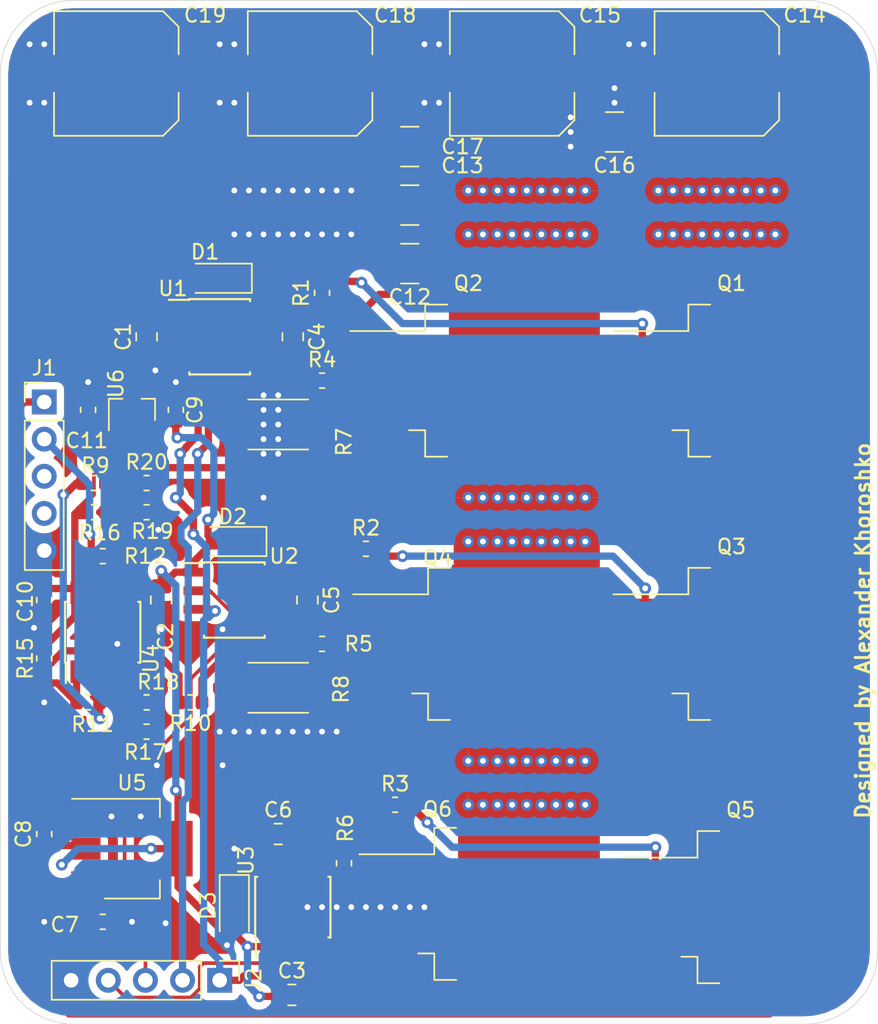
<source format=kicad_pcb>
(kicad_pcb (version 20171130) (host pcbnew "(5.1.0)-1")
  (layers (0 F.Cu signal) (31 B.Cu signal) (34 B.Paste user) (35 F.Paste user) (36 B.SilkS user) (37 F.SilkS user) (38 B.Mask user) (39 F.Mask user) (44 Edge.Cuts user))
  (net 0 "")
  (net 1 GND)
  (net 2 +12V)
  (net 3 OUT1)
  (net 4 "Net-(C4-Pad1)")
  (net 5 OUT2)
  (net 6 "Net-(C5-Pad1)")
  (net 7 OUT3)
  (net 8 "Net-(C6-Pad1)")
  (net 9 +24V)
  (net 10 +3V3)
  (net 11 "Net-(Q1-Pad1)")
  (net 12 "Net-(Q2-Pad3)")
  (net 13 "Net-(Q2-Pad1)")
  (net 14 "Net-(Q3-Pad1)")
  (net 15 "Net-(Q4-Pad3)")
  (net 16 "Net-(Q4-Pad1)")
  (net 17 "Net-(Q5-Pad1)")
  (net 18 "Net-(Q6-Pad1)")
  (net 19 "Net-(R1-Pad1)")
  (net 20 "Net-(R4-Pad1)")
  (net 21 SD)
  (net 22 IN1)
  (net 23 "Net-(R2-Pad1)")
  (net 24 "Net-(R5-Pad1)")
  (net 25 "Net-(R3-Pad1)")
  (net 26 "Net-(R6-Pad1)")
  (net 27 CUR2)
  (net 28 "Net-(R10-Pad2)")
  (net 29 "Net-(R11-Pad1)")
  (net 30 CUR1)
  (net 31 IN3)
  (net 32 IN2)
  (net 33 "Net-(R15-Pad2)")
  (net 34 "Net-(R16-Pad2)")
  (module Capacitor_SMD:C_Elec_8x10.2 (layer F.Cu) (at 37.93 80 180)
    (fp_text reference C19 (at -6.07 4 180) (layer F.SilkS))
    (fp_text value 100мк)
    (pad 2 smd roundrect (at 3.6 0 180) (size 4.5 2.1) (layers F.Cu F.Paste F.Mask) (roundrect_rratio 0.119048) (net 1 GND))
    (pad 1 smd roundrect (at -3.6 0 180) (size 4.5 2.1) (layers F.Cu F.Paste F.Mask) (roundrect_rratio 0.119048) (net 9 +24V))
  )
  (module Capacitor_SMD:C_Elec_8x10.2 (layer F.Cu) (at 51.18 80 180)
    (fp_text reference C18 (at -5.82 4 180) (layer F.SilkS))
    (fp_text value 100мк)
    (pad 2 smd roundrect (at 3.6 0 180) (size 4.5 2.1) (layers F.Cu F.Paste F.Mask) (roundrect_rratio 0.119048) (net 1 GND))
    (pad 1 smd roundrect (at -3.6 0 180) (size 4.5 2.1) (layers F.Cu F.Paste F.Mask) (roundrect_rratio 0.119048) (net 9 +24V))
  )
  (module Capacitor_SMD:C_1210_3225Metric (layer F.Cu) (at 58 85 180)
    (fp_text reference C17 (at -3.6 0 180) (layer F.SilkS))
    (fp_text value 10мк)
    (pad 2 smd roundrect (at 1.4 0 180) (size 1.25 2.65) (layers F.Cu F.Paste F.Mask) (roundrect_rratio 0.2) (net 1 GND))
    (pad 1 smd roundrect (at -1.4 0 180) (size 1.25 2.65) (layers F.Cu F.Paste F.Mask) (roundrect_rratio 0.2) (net 9 +24V))
  )
  (module Capacitor_SMD:C_1210_3225Metric (layer F.Cu) (at 72 84 180)
    (fp_text reference C16 (at 0 -2.28 180) (layer F.SilkS))
    (fp_text value 10мк)
    (pad 2 smd roundrect (at 1.4 0 180) (size 1.25 2.65) (layers F.Cu F.Paste F.Mask) (roundrect_rratio 0.2) (net 1 GND))
    (pad 1 smd roundrect (at -1.4 0 180) (size 1.25 2.65) (layers F.Cu F.Paste F.Mask) (roundrect_rratio 0.2) (net 9 +24V))
  )
  (module Capacitor_SMD:C_Elec_8x10.2 (layer F.Cu) (at 65 80 180)
    (fp_text reference C15 (at -6 4 180) (layer F.SilkS))
    (fp_text value 100мк)
    (pad 2 smd roundrect (at 3.6 0 180) (size 4.5 2.1) (layers F.Cu F.Paste F.Mask) (roundrect_rratio 0.119048) (net 1 GND))
    (pad 1 smd roundrect (at -3.6 0 180) (size 4.5 2.1) (layers F.Cu F.Paste F.Mask) (roundrect_rratio 0.119048) (net 9 +24V))
  )
  (module Capacitor_SMD:C_Elec_8x10.2 (layer F.Cu) (at 79 80 180)
    (fp_text reference C14 (at -6 4 180) (layer F.SilkS))
    (fp_text value 100мк)
    (pad 2 smd roundrect (at 3.6 0 180) (size 4.5 2.1) (layers F.Cu F.Paste F.Mask) (roundrect_rratio 0.119048) (net 1 GND))
    (pad 1 smd roundrect (at -3.6 0 180) (size 4.5 2.1) (layers F.Cu F.Paste F.Mask) (roundrect_rratio 0.119048) (net 9 +24V))
  )
  (module Capacitor_SMD:C_1210_3225Metric (layer F.Cu) (at 58 89 180)
    (fp_text reference C13 (at -3.6 2.7 180) (layer F.SilkS))
    (fp_text value 10мк)
    (pad 2 smd roundrect (at 1.4 0 180) (size 1.25 2.65) (layers F.Cu F.Paste F.Mask) (roundrect_rratio 0.2) (net 1 GND))
    (pad 1 smd roundrect (at -1.4 0 180) (size 1.25 2.65) (layers F.Cu F.Paste F.Mask) (roundrect_rratio 0.2) (net 9 +24V))
  )
  (module Capacitor_SMD:C_1210_3225Metric (layer F.Cu) (at 58 93 180)
    (fp_text reference C12 (at 0 -2.28 180) (layer F.SilkS))
    (fp_text value 10мк)
    (pad 2 smd roundrect (at 1.4 0 180) (size 1.25 2.65) (layers F.Cu F.Paste F.Mask) (roundrect_rratio 0.2) (net 1 GND))
    (pad 1 smd roundrect (at -1.4 0 180) (size 1.25 2.65) (layers F.Cu F.Paste F.Mask) (roundrect_rratio 0.2) (net 9 +24V))
  )
  (module Resistor_SMD:R_0603_1608Metric (layer F.Cu) (at 40 108)
    (fp_text reference R20 (at 0 -1.43) (layer F.SilkS))
    (fp_text value 100)
    (pad 2 smd roundrect (at 0.7875 0) (size 0.875 0.95) (layers F.Cu F.Paste F.Mask) (net 1 GND))
    (pad 1 smd roundrect (at -0.7875 0) (size 0.875 0.95) (layers F.Cu F.Paste F.Mask) (net 34 "Net-(R16-Pad2)"))
  )
  (module Resistor_SMD:R_0603_1608Metric (layer F.Cu) (at 40 110)
    (fp_text reference R19 (at 0.4 1.3) (layer F.SilkS))
    (fp_text value 100)
    (pad 2 smd roundrect (at 0.7875 0) (size 0.875 0.95) (layers F.Cu F.Paste F.Mask) (net 1 GND))
    (pad 1 smd roundrect (at -0.7875 0) (size 0.875 0.95) (layers F.Cu F.Paste F.Mask) (net 34 "Net-(R16-Pad2)"))
  )
  (module Resistor_SMD:R_0603_1608Metric (layer F.Cu) (at 40 123)
    (fp_text reference R18 (at 0.8 -1.4) (layer F.SilkS))
    (fp_text value 100)
    (pad 2 smd roundrect (at 0.7875 0) (size 0.875 0.95) (layers F.Cu F.Paste F.Mask) (net 1 GND))
    (pad 1 smd roundrect (at -0.7875 0) (size 0.875 0.95) (layers F.Cu F.Paste F.Mask) (net 33 "Net-(R15-Pad2)"))
  )
  (module Resistor_SMD:R_0603_1608Metric (layer F.Cu) (at 40 125)
    (fp_text reference R17 (at -0.1 1.4) (layer F.SilkS))
    (fp_text value 100)
    (pad 2 smd roundrect (at 0.7875 0) (size 0.875 0.95) (layers F.Cu F.Paste F.Mask) (net 1 GND))
    (pad 1 smd roundrect (at -0.7875 0) (size 0.875 0.95) (layers F.Cu F.Paste F.Mask) (net 33 "Net-(R15-Pad2)"))
  )
  (module Resistor_SMD:R_0603_1608Metric (layer F.Cu) (at 36.4 110)
    (fp_text reference R16 (at 0.4 1.4) (layer F.SilkS))
    (fp_text value 1к)
    (pad 2 smd roundrect (at 0.7875 0) (size 0.875 0.95) (layers F.Cu F.Paste F.Mask) (net 34 "Net-(R16-Pad2)"))
    (pad 1 smd roundrect (at -0.7875 0) (size 0.875 0.95) (layers F.Cu F.Paste F.Mask) (net 10 +3V3))
  )
  (module Resistor_SMD:R_0603_1608Metric (layer F.Cu) (at 33 120 270)
    (fp_text reference R15 (at 0 1.3 270) (layer F.SilkS))
    (fp_text value 1к)
    (pad 2 smd roundrect (at 0.7875 0 270) (size 0.875 0.95) (layers F.Cu F.Paste F.Mask) (net 33 "Net-(R15-Pad2)"))
    (pad 1 smd roundrect (at -0.7875 0 270) (size 0.875 0.95) (layers F.Cu F.Paste F.Mask) (net 10 +3V3))
  )
  (module Resistor_SMD:R_0603_1608Metric (layer F.Cu) (at 36 123 180)
    (fp_text reference R11 (at -0.3 -1.5 180) (layer F.SilkS))
    (fp_text value 1к)
    (pad 2 smd roundrect (at 0.7875 0 180) (size 0.875 0.95) (layers F.Cu F.Paste F.Mask) (net 30 CUR1))
    (pad 1 smd roundrect (at -0.7875 0 180) (size 0.875 0.95) (layers F.Cu F.Paste F.Mask) (net 29 "Net-(R11-Pad1)"))
  )
  (module Resistor_SMD:R_0603_1608Metric (layer F.Cu) (at 36.4 108 180)
    (fp_text reference R9 (at -0.1 1.2 180) (layer F.SilkS))
    (fp_text value 100)
    (pad 2 smd roundrect (at 0.7875 0 180) (size 0.875 0.95) (layers F.Cu F.Paste F.Mask) (net 29 "Net-(R11-Pad1)"))
    (pad 1 smd roundrect (at -0.7875 0 180) (size 0.875 0.95) (layers F.Cu F.Paste F.Mask) (net 12 "Net-(Q2-Pad3)"))
  )
  (module Connector_PinHeader_2.54mm:PinHeader_1x05_P2.54mm_Vertical (layer F.Cu) (at 45 142 270)
    (fp_text reference J2 (at 0 -2.33 270) (layer F.SilkS))
    (fp_text value Conn_01x05_Male)
    (pad 5 thru_hole oval (at 0 10.16 270) (size 1.7 1.7) (drill 1) (layers *.Cu *.Mask) (net 1 GND))
    (pad 4 thru_hole oval (at 0 7.62 270) (size 1.7 1.7) (drill 1) (layers *.Cu *.Mask) (net 31 IN3))
    (pad 3 thru_hole oval (at 0 5.08 270) (size 1.7 1.7) (drill 1) (layers *.Cu *.Mask) (net 32 IN2))
    (pad 2 thru_hole oval (at 0 2.54 270) (size 1.7 1.7) (drill 1) (layers *.Cu *.Mask) (net 22 IN1))
    (pad 1 thru_hole rect (at 0 0 270) (size 1.7 1.7) (drill 1) (layers *.Cu *.Mask) (net 21 SD))
  )
  (module Connector_PinHeader_2.54mm:PinHeader_1x05_P2.54mm_Vertical (layer F.Cu) (at 33 102.46)
    (fp_text reference J1 (at 0 -2.33) (layer F.SilkS))
    (fp_text value Conn_01x05_Male)
    (pad 5 thru_hole oval (at 0 10.16) (size 1.7 1.7) (drill 1) (layers *.Cu *.Mask) (net 1 GND))
    (pad 4 thru_hole oval (at 0 7.62) (size 1.7 1.7) (drill 1) (layers *.Cu *.Mask))
    (pad 3 thru_hole oval (at 0 5.08) (size 1.7 1.7) (drill 1) (layers *.Cu *.Mask))
    (pad 2 thru_hole oval (at 0 2.54) (size 1.7 1.7) (drill 1) (layers *.Cu *.Mask) (net 27 CUR2))
    (pad 1 thru_hole rect (at 0 0) (size 1.7 1.7) (drill 1) (layers *.Cu *.Mask) (net 30 CUR1))
  )
  (module Resistor_SMD:R_0603_1608Metric (layer F.Cu) (at 37 113 180)
    (fp_text reference R12 (at -2.9 0 180) (layer F.SilkS))
    (fp_text value 1к)
    (pad 2 smd roundrect (at 0.7875 0 180) (size 0.875 0.95) (layers F.Cu F.Paste F.Mask) (net 27 CUR2))
    (pad 1 smd roundrect (at -0.7875 0 180) (size 0.875 0.95) (layers F.Cu F.Paste F.Mask) (net 28 "Net-(R10-Pad2)"))
  )
  (module Resistor_SMD:R_0603_1608Metric (layer F.Cu) (at 43 123 180)
    (fp_text reference R10 (at 0 -1.43 180) (layer F.SilkS))
    (fp_text value 100)
    (pad 2 smd roundrect (at 0.7875 0 180) (size 0.875 0.95) (layers F.Cu F.Paste F.Mask) (net 28 "Net-(R10-Pad2)"))
    (pad 1 smd roundrect (at -0.7875 0 180) (size 0.875 0.95) (layers F.Cu F.Paste F.Mask) (net 15 "Net-(Q4-Pad3)"))
  )
  (module Resistor_SMD:R_0603_1608Metric (layer F.Cu) (at 53.5 134 90)
    (fp_text reference R6 (at 2.4 0.1 90) (layer F.SilkS))
    (fp_text value 10)
    (pad 2 smd roundrect (at 0.7875 0 90) (size 0.875 0.95) (layers F.Cu F.Paste F.Mask) (net 18 "Net-(Q6-Pad1)"))
    (pad 1 smd roundrect (at -0.7875 0 90) (size 0.875 0.95) (layers F.Cu F.Paste F.Mask) (net 26 "Net-(R6-Pad1)"))
  )
  (module Resistor_SMD:R_0603_1608Metric (layer F.Cu) (at 52 119)
    (fp_text reference R5 (at 2.5 0) (layer F.SilkS))
    (fp_text value 10)
    (pad 2 smd roundrect (at 0.7875 0) (size 0.875 0.95) (layers F.Cu F.Paste F.Mask) (net 16 "Net-(Q4-Pad1)"))
    (pad 1 smd roundrect (at -0.7875 0) (size 0.875 0.95) (layers F.Cu F.Paste F.Mask) (net 24 "Net-(R5-Pad1)"))
  )
  (module Resistor_SMD:R_0603_1608Metric (layer F.Cu) (at 52 101)
    (fp_text reference R4 (at 0 -1.43) (layer F.SilkS))
    (fp_text value 10)
    (pad 2 smd roundrect (at 0.7875 0) (size 0.875 0.95) (layers F.Cu F.Paste F.Mask) (net 13 "Net-(Q2-Pad1)"))
    (pad 1 smd roundrect (at -0.7875 0) (size 0.875 0.95) (layers F.Cu F.Paste F.Mask) (net 20 "Net-(R4-Pad1)"))
  )
  (module Resistor_SMD:R_0603_1608Metric (layer F.Cu) (at 57 130)
    (fp_text reference R3 (at 0 -1.43) (layer F.SilkS))
    (fp_text value 10)
    (pad 2 smd roundrect (at 0.7875 0) (size 0.875 0.95) (layers F.Cu F.Paste F.Mask) (net 17 "Net-(Q5-Pad1)"))
    (pad 1 smd roundrect (at -0.7875 0) (size 0.875 0.95) (layers F.Cu F.Paste F.Mask) (net 25 "Net-(R3-Pad1)"))
  )
  (module Resistor_SMD:R_0603_1608Metric (layer F.Cu) (at 55 112.5)
    (fp_text reference R2 (at 0 -1.43) (layer F.SilkS))
    (fp_text value 10)
    (pad 2 smd roundrect (at 0.7875 0) (size 0.875 0.95) (layers F.Cu F.Paste F.Mask) (net 14 "Net-(Q3-Pad1)"))
    (pad 1 smd roundrect (at -0.7875 0) (size 0.875 0.95) (layers F.Cu F.Paste F.Mask) (net 23 "Net-(R2-Pad1)"))
  )
  (module Resistor_SMD:R_0603_1608Metric (layer F.Cu) (at 52 95 90)
    (fp_text reference R1 (at 0 -1.43 90) (layer F.SilkS))
    (fp_text value 10)
    (pad 2 smd roundrect (at 0.7875 0 90) (size 0.875 0.95) (layers F.Cu F.Paste F.Mask) (net 11 "Net-(Q1-Pad1)"))
    (pad 1 smd roundrect (at -0.7875 0 90) (size 0.875 0.95) (layers F.Cu F.Paste F.Mask) (net 19 "Net-(R1-Pad1)"))
  )
  (module Package_SO:SOIC-8_3.9x4.9mm_P1.27mm (layer F.Cu) (at 37 118.2 90)
    (fp_text reference U4 (at -1.8 3.3 90) (layer F.SilkS))
    (fp_text value LMC6482)
    (pad 8 smd rect (at 2.7 -1.905 90) (size 1.55 0.6) (layers F.Cu F.Paste F.Mask) (net 10 +3V3))
    (pad 7 smd rect (at 2.7 -0.635 90) (size 1.55 0.6) (layers F.Cu F.Paste F.Mask) (net 27 CUR2))
    (pad 6 smd rect (at 2.7 0.635 90) (size 1.55 0.6) (layers F.Cu F.Paste F.Mask) (net 28 "Net-(R10-Pad2)"))
    (pad 5 smd rect (at 2.7 1.905 90) (size 1.55 0.6) (layers F.Cu F.Paste F.Mask) (net 34 "Net-(R16-Pad2)"))
    (pad 4 smd rect (at -2.7 1.905 90) (size 1.55 0.6) (layers F.Cu F.Paste F.Mask) (net 1 GND))
    (pad 3 smd rect (at -2.7 0.635 90) (size 1.55 0.6) (layers F.Cu F.Paste F.Mask) (net 33 "Net-(R15-Pad2)"))
    (pad 2 smd rect (at -2.7 -0.635 90) (size 1.55 0.6) (layers F.Cu F.Paste F.Mask) (net 29 "Net-(R11-Pad1)"))
    (pad 1 smd rect (at -2.7 -1.905 90) (size 1.55 0.6) (layers F.Cu F.Paste F.Mask) (net 30 CUR1))
  )
  (module Package_TO_SOT_SMD:TO-263-2 (layer F.Cu) (at 62.625 136.775)
    (fp_text reference Q6 (at -2.725 -6.475) (layer F.SilkS))
    (fp_text value IRF540ZS)
    (pad 2 smd rect (at 3.375 0) (size 9.4 10.8) (layers F.Cu F.Mask) (net 7 OUT3))
    (pad 3 smd rect (at -5.775 2.54) (size 4.6 1.1) (layers F.Cu F.Paste F.Mask) (net 1 GND))
    (pad 1 smd rect (at -5.775 -2.54) (size 4.6 1.1) (layers F.Cu F.Paste F.Mask) (net 18 "Net-(Q6-Pad1)"))
  )
  (module Package_TO_SOT_SMD:TO-263-2 (layer F.Cu) (at 80.625 137)
    (fp_text reference Q5 (at 0 -6.65) (layer F.SilkS))
    (fp_text value IRF540ZS)
    (pad 2 smd rect (at 3.375 0) (size 9.4 10.8) (layers F.Cu F.Mask) (net 9 +24V))
    (pad 3 smd rect (at -5.775 2.54) (size 4.6 1.1) (layers F.Cu F.Paste F.Mask) (net 7 OUT3))
    (pad 1 smd rect (at -5.775 -2.54) (size 4.6 1.1) (layers F.Cu F.Paste F.Mask) (net 17 "Net-(Q5-Pad1)"))
  )
  (module Package_TO_SOT_SMD:TO-263-2 (layer F.Cu) (at 62.2 119)
    (fp_text reference Q4 (at -2.3 -5.9) (layer F.SilkS))
    (fp_text value IRF540ZS)
    (pad 2 smd rect (at 3.375 0) (size 9.4 10.8) (layers F.Cu F.Mask) (net 5 OUT2))
    (pad 3 smd rect (at -5.775 2.54) (size 4.6 1.1) (layers F.Cu F.Paste F.Mask) (net 15 "Net-(Q4-Pad3)"))
    (pad 1 smd rect (at -5.775 -2.54) (size 4.6 1.1) (layers F.Cu F.Paste F.Mask) (net 16 "Net-(Q4-Pad1)"))
  )
  (module Package_TO_SOT_SMD:TO-263-2 (layer F.Cu) (at 80 119)
    (fp_text reference Q3 (at 0 -6.65) (layer F.SilkS))
    (fp_text value IRF540ZS)
    (pad 2 smd rect (at 3.375 0) (size 9.4 10.8) (layers F.Cu F.Mask) (net 9 +24V))
    (pad 3 smd rect (at -5.775 2.54) (size 4.6 1.1) (layers F.Cu F.Paste F.Mask) (net 5 OUT2))
    (pad 1 smd rect (at -5.775 -2.54) (size 4.6 1.1) (layers F.Cu F.Paste F.Mask) (net 14 "Net-(Q3-Pad1)"))
  )
  (module Package_TO_SOT_SMD:TO-263-2 (layer F.Cu) (at 62 101)
    (fp_text reference Q2 (at 0 -6.65) (layer F.SilkS))
    (fp_text value IRF540ZS)
    (pad 2 smd rect (at 3.375 0) (size 9.4 10.8) (layers F.Cu F.Mask) (net 3 OUT1))
    (pad 3 smd rect (at -5.775 2.54) (size 4.6 1.1) (layers F.Cu F.Paste F.Mask) (net 12 "Net-(Q2-Pad3)"))
    (pad 1 smd rect (at -5.775 -2.54) (size 4.6 1.1) (layers F.Cu F.Paste F.Mask) (net 13 "Net-(Q2-Pad1)"))
  )
  (module Package_TO_SOT_SMD:TO-263-2 (layer F.Cu) (at 80 101)
    (fp_text reference Q1 (at 0 -6.65) (layer F.SilkS))
    (fp_text value IRF540ZS)
    (pad 2 smd rect (at 3.375 0) (size 9.4 10.8) (layers F.Cu F.Mask) (net 9 +24V))
    (pad 3 smd rect (at -5.775 2.54) (size 4.6 1.1) (layers F.Cu F.Paste F.Mask) (net 3 OUT1))
    (pad 1 smd rect (at -5.775 -2.54) (size 4.6 1.1) (layers F.Cu F.Paste F.Mask) (net 11 "Net-(Q1-Pad1)"))
  )
  (module Package_TO_SOT_SMD:SOT-23 (layer F.Cu) (at 39 103 90)
    (fp_text reference U6 (at 1.8 -1.1 90) (layer F.SilkS))
    (fp_text value LM3480IM3-3.3)
    (pad 3 smd rect (at 1 0 90) (size 0.9 0.8) (layers F.Cu F.Paste F.Mask) (net 1 GND))
    (pad 2 smd rect (at -1 0.95 90) (size 0.9 0.8) (layers F.Cu F.Paste F.Mask) (net 2 +12V))
    (pad 1 smd rect (at -1 -0.95 90) (size 0.9 0.8) (layers F.Cu F.Paste F.Mask) (net 10 +3V3))
  )
  (module Package_TO_SOT_SMD:SOT-223-3_TabPin2 (layer F.Cu) (at 39 133)
    (fp_text reference U5 (at 0 -4.5) (layer F.SilkS))
    (fp_text value NCP1117ST12T3G)
    (pad 1 smd rect (at -3.15 -2.3) (size 2 1.5) (layers F.Cu F.Paste F.Mask) (net 1 GND))
    (pad 3 smd rect (at -3.15 2.3) (size 2 1.5) (layers F.Cu F.Paste F.Mask) (net 9 +24V))
    (pad 2 smd rect (at -3.15 0) (size 2 1.5) (layers F.Cu F.Paste F.Mask) (net 2 +12V))
    (pad 2 smd rect (at 3.15 0) (size 2 3.8) (layers F.Cu F.Paste F.Mask) (net 2 +12V))
  )
  (module Package_SO:SOIC-8_3.9x4.9mm_P1.27mm (layer F.Cu) (at 50 137 90)
    (fp_text reference U3 (at 3.2 -3.2 90) (layer F.SilkS))
    (fp_text value IR2104S)
    (pad 8 smd rect (at 2.7 -1.905 90) (size 1.55 0.6) (layers F.Cu F.Paste F.Mask) (net 8 "Net-(C6-Pad1)"))
    (pad 7 smd rect (at 2.7 -0.635 90) (size 1.55 0.6) (layers F.Cu F.Paste F.Mask) (net 25 "Net-(R3-Pad1)"))
    (pad 6 smd rect (at 2.7 0.635 90) (size 1.55 0.6) (layers F.Cu F.Paste F.Mask) (net 7 OUT3))
    (pad 5 smd rect (at 2.7 1.905 90) (size 1.55 0.6) (layers F.Cu F.Paste F.Mask) (net 26 "Net-(R6-Pad1)"))
    (pad 4 smd rect (at -2.7 1.905 90) (size 1.55 0.6) (layers F.Cu F.Paste F.Mask) (net 1 GND))
    (pad 3 smd rect (at -2.7 0.635 90) (size 1.55 0.6) (layers F.Cu F.Paste F.Mask) (net 21 SD))
    (pad 2 smd rect (at -2.7 -0.635 90) (size 1.55 0.6) (layers F.Cu F.Paste F.Mask) (net 31 IN3))
    (pad 1 smd rect (at -2.7 -1.905 90) (size 1.55 0.6) (layers F.Cu F.Paste F.Mask) (net 2 +12V))
  )
  (module Package_SO:SOIC-8_3.9x4.9mm_P1.27mm (layer F.Cu) (at 46 116)
    (fp_text reference U2 (at 3.4 -3) (layer F.SilkS))
    (fp_text value IR2104S)
    (pad 8 smd rect (at 2.7 -1.905) (size 1.55 0.6) (layers F.Cu F.Paste F.Mask) (net 6 "Net-(C5-Pad1)"))
    (pad 7 smd rect (at 2.7 -0.635) (size 1.55 0.6) (layers F.Cu F.Paste F.Mask) (net 23 "Net-(R2-Pad1)"))
    (pad 6 smd rect (at 2.7 0.635) (size 1.55 0.6) (layers F.Cu F.Paste F.Mask) (net 5 OUT2))
    (pad 5 smd rect (at 2.7 1.905) (size 1.55 0.6) (layers F.Cu F.Paste F.Mask) (net 24 "Net-(R5-Pad1)"))
    (pad 4 smd rect (at -2.7 1.905) (size 1.55 0.6) (layers F.Cu F.Paste F.Mask) (net 1 GND))
    (pad 3 smd rect (at -2.7 0.635) (size 1.55 0.6) (layers F.Cu F.Paste F.Mask) (net 21 SD))
    (pad 2 smd rect (at -2.7 -0.635) (size 1.55 0.6) (layers F.Cu F.Paste F.Mask) (net 32 IN2))
    (pad 1 smd rect (at -2.7 -1.905) (size 1.55 0.6) (layers F.Cu F.Paste F.Mask) (net 2 +12V))
  )
  (module Package_SO:SOIC-8_3.9x4.9mm_P1.27mm (layer F.Cu) (at 45 98)
    (fp_text reference U1 (at -3.2 -3.3) (layer F.SilkS))
    (fp_text value IR2104S)
    (pad 8 smd rect (at 2.7 -1.905) (size 1.55 0.6) (layers F.Cu F.Paste F.Mask) (net 4 "Net-(C4-Pad1)"))
    (pad 7 smd rect (at 2.7 -0.635) (size 1.55 0.6) (layers F.Cu F.Paste F.Mask) (net 19 "Net-(R1-Pad1)"))
    (pad 6 smd rect (at 2.7 0.635) (size 1.55 0.6) (layers F.Cu F.Paste F.Mask) (net 3 OUT1))
    (pad 5 smd rect (at 2.7 1.905) (size 1.55 0.6) (layers F.Cu F.Paste F.Mask) (net 20 "Net-(R4-Pad1)"))
    (pad 4 smd rect (at -2.7 1.905) (size 1.55 0.6) (layers F.Cu F.Paste F.Mask) (net 1 GND))
    (pad 3 smd rect (at -2.7 0.635) (size 1.55 0.6) (layers F.Cu F.Paste F.Mask) (net 21 SD))
    (pad 2 smd rect (at -2.7 -0.635) (size 1.55 0.6) (layers F.Cu F.Paste F.Mask) (net 22 IN1))
    (pad 1 smd rect (at -2.7 -1.905) (size 1.55 0.6) (layers F.Cu F.Paste F.Mask) (net 2 +12V))
  )
  (module Resistor_SMD:R_2512_6332Metric (layer F.Cu) (at 49 122 180)
    (fp_text reference R8 (at -4.3 -0.1 270) (layer F.SilkS))
    (fp_text value 0.01)
    (pad 2 smd roundrect (at 2.9 0 180) (size 1.35 3.35) (layers F.Cu F.Paste F.Mask) (roundrect_rratio 0.185185) (net 1 GND))
    (pad 1 smd roundrect (at -2.9 0 180) (size 1.35 3.35) (layers F.Cu F.Paste F.Mask) (roundrect_rratio 0.185185) (net 15 "Net-(Q4-Pad3)"))
  )
  (module Resistor_SMD:R_2512_6332Metric (layer F.Cu) (at 49 104 180)
    (fp_text reference R7 (at -4.5 -1.2 270) (layer F.SilkS))
    (fp_text value 0.01)
    (pad 2 smd roundrect (at 2.9 0 180) (size 1.35 3.35) (layers F.Cu F.Paste F.Mask) (roundrect_rratio 0.185185) (net 1 GND))
    (pad 1 smd roundrect (at -2.9 0 180) (size 1.35 3.35) (layers F.Cu F.Paste F.Mask) (roundrect_rratio 0.185185) (net 12 "Net-(Q2-Pad3)"))
  )
  (module Diode_SMD:D_SOD-123F (layer F.Cu) (at 46 137 270)
    (fp_text reference D3 (at -0.1 1.8 270) (layer F.SilkS))
    (fp_text value SS14FL)
    (pad 2 smd rect (at 1.4 0 270) (size 1.1 1.1) (layers F.Cu F.Paste F.Mask) (net 2 +12V))
    (pad 1 smd rect (at -1.4 0 270) (size 1.1 1.1) (layers F.Cu F.Paste F.Mask) (net 8 "Net-(C6-Pad1)"))
  )
  (module Diode_SMD:D_SOD-123F (layer F.Cu) (at 46 112 180)
    (fp_text reference D2 (at 0.1 1.7 180) (layer F.SilkS))
    (fp_text value SS14FL)
    (pad 2 smd rect (at 1.4 0 180) (size 1.1 1.1) (layers F.Cu F.Paste F.Mask) (net 2 +12V))
    (pad 1 smd rect (at -1.4 0 180) (size 1.1 1.1) (layers F.Cu F.Paste F.Mask) (net 6 "Net-(C5-Pad1)"))
  )
  (module Diode_SMD:D_SOD-123F (layer F.Cu) (at 45 94 180)
    (fp_text reference D1 (at 1 1.8 180) (layer F.SilkS))
    (fp_text value SS14FL)
    (pad 2 smd rect (at 1.4 0 180) (size 1.1 1.1) (layers F.Cu F.Paste F.Mask) (net 2 +12V))
    (pad 1 smd rect (at -1.4 0 180) (size 1.1 1.1) (layers F.Cu F.Paste F.Mask) (net 4 "Net-(C4-Pad1)"))
  )
  (module Capacitor_SMD:C_0603_1608Metric (layer F.Cu) (at 36 103 90)
    (fp_text reference C11 (at -2.1 -0.1 180) (layer F.SilkS))
    (fp_text value 0.1мк)
    (pad 2 smd roundrect (at 0.7875 0 90) (size 0.875 0.95) (layers F.Cu F.Paste F.Mask) (net 1 GND))
    (pad 1 smd roundrect (at -0.7875 0 90) (size 0.875 0.95) (layers F.Cu F.Paste F.Mask) (net 10 +3V3))
  )
  (module Capacitor_SMD:C_0603_1608Metric (layer F.Cu) (at 33 116 270)
    (fp_text reference C10 (at 0.1 1.3 270) (layer F.SilkS))
    (fp_text value 0.1мк)
    (pad 2 smd roundrect (at 0.7875 0 270) (size 0.875 0.95) (layers F.Cu F.Paste F.Mask) (net 1 GND))
    (pad 1 smd roundrect (at -0.7875 0 270) (size 0.875 0.95) (layers F.Cu F.Paste F.Mask) (net 10 +3V3))
  )
  (module Capacitor_SMD:C_0603_1608Metric (layer F.Cu) (at 42 103 90)
    (fp_text reference C9 (at 0 1.3 90) (layer F.SilkS))
    (fp_text value 0.1мк)
    (pad 2 smd roundrect (at 0.7875 0 90) (size 0.875 0.95) (layers F.Cu F.Paste F.Mask) (net 1 GND))
    (pad 1 smd roundrect (at -0.7875 0 90) (size 0.875 0.95) (layers F.Cu F.Paste F.Mask) (net 2 +12V))
  )
  (module Capacitor_SMD:C_0603_1608Metric (layer F.Cu) (at 33 132 90)
    (fp_text reference C8 (at 0 -1.43 90) (layer F.SilkS))
    (fp_text value 0.1мк)
    (pad 2 smd roundrect (at 0.7875 0 90) (size 0.875 0.95) (layers F.Cu F.Paste F.Mask) (net 1 GND))
    (pad 1 smd roundrect (at -0.7875 0 90) (size 0.875 0.95) (layers F.Cu F.Paste F.Mask) (net 2 +12V))
  )
  (module Capacitor_SMD:C_0603_1608Metric (layer F.Cu) (at 37 138)
    (fp_text reference C7 (at -2.6 0.2) (layer F.SilkS))
    (fp_text value 0.1мк)
    (pad 2 smd roundrect (at 0.7875 0) (size 0.875 0.95) (layers F.Cu F.Paste F.Mask) (net 1 GND))
    (pad 1 smd roundrect (at -0.7875 0) (size 0.875 0.95) (layers F.Cu F.Paste F.Mask) (net 9 +24V))
  )
  (module Capacitor_SMD:C_0805_2012Metric (layer F.Cu) (at 49 132)
    (fp_text reference C6 (at 0 -1.65) (layer F.SilkS))
    (fp_text value 10мк)
    (pad 2 smd roundrect (at 0.9375 0) (size 0.975 1.4) (layers F.Cu F.Paste F.Mask) (net 7 OUT3))
    (pad 1 smd roundrect (at -0.9375 0) (size 0.975 1.4) (layers F.Cu F.Paste F.Mask) (net 8 "Net-(C6-Pad1)"))
  )
  (module Capacitor_SMD:C_0805_2012Metric (layer F.Cu) (at 51 116 270)
    (fp_text reference C5 (at 0 -1.65 270) (layer F.SilkS))
    (fp_text value 10мк)
    (pad 2 smd roundrect (at 0.9375 0 270) (size 0.975 1.4) (layers F.Cu F.Paste F.Mask) (net 5 OUT2))
    (pad 1 smd roundrect (at -0.9375 0 270) (size 0.975 1.4) (layers F.Cu F.Paste F.Mask) (net 6 "Net-(C5-Pad1)"))
  )
  (module Capacitor_SMD:C_0805_2012Metric (layer F.Cu) (at 50 98 270)
    (fp_text reference C4 (at 0 -1.65 270) (layer F.SilkS))
    (fp_text value 10мк)
    (pad 2 smd roundrect (at 0.9375 0 270) (size 0.975 1.4) (layers F.Cu F.Paste F.Mask) (net 3 OUT1))
    (pad 1 smd roundrect (at -0.9375 0 270) (size 0.975 1.4) (layers F.Cu F.Paste F.Mask) (net 4 "Net-(C4-Pad1)"))
  )
  (module Capacitor_SMD:C_0805_2012Metric (layer F.Cu) (at 49.9375 143)
    (fp_text reference C3 (at 0 -1.65) (layer F.SilkS))
    (fp_text value 10мк)
    (pad 2 smd roundrect (at 0.9375 0) (size 0.975 1.4) (layers F.Cu F.Paste F.Mask) (net 1 GND))
    (pad 1 smd roundrect (at -0.9375 0) (size 0.975 1.4) (layers F.Cu F.Paste F.Mask) (net 2 +12V))
  )
  (module Capacitor_SMD:C_0805_2012Metric (layer F.Cu) (at 41 116 270)
    (fp_text reference C2 (at 2.5 -0.3 270) (layer F.SilkS))
    (fp_text value 10мк)
    (pad 2 smd roundrect (at 0.9375 0 270) (size 0.975 1.4) (layers F.Cu F.Paste F.Mask) (net 1 GND))
    (pad 1 smd roundrect (at -0.9375 0 270) (size 0.975 1.4) (layers F.Cu F.Paste F.Mask) (net 2 +12V))
  )
  (module Capacitor_SMD:C_0805_2012Metric (layer F.Cu) (at 40 98 270)
    (fp_text reference C1 (at 0 1.6 270) (layer F.SilkS))
    (fp_text value 10мк)
    (pad 2 smd roundrect (at 0.9375 0 270) (size 0.975 1.4) (layers F.Cu F.Paste F.Mask) (net 1 GND))
    (pad 1 smd roundrect (at -0.9375 0 270) (size 0.975 1.4) (layers F.Cu F.Paste F.Mask) (net 2 +12V))
  )
  (gr_text "Designed by Alexander Khoroshko" (at 89 118.1 90) (layer F.SilkS) (effects (font (size 1 1) (thickness 0.2))))
  (gr_arc (start 85 80) (end 90 80) (angle -90) (layer Edge.Cuts) (width 0.05))
  (gr_arc (start 85 140) (end 85 145) (angle -90) (layer Edge.Cuts) (width 0.05))
  (gr_arc (start 35 140) (end 30 140) (angle -90) (layer Edge.Cuts) (width 0.05))
  (gr_arc (start 35 80) (end 35 75) (angle -90) (layer Edge.Cuts) (width 0.05))
  (gr_line (start 30 140) (end 30 80) (layer Edge.Cuts) (width 0.05))
  (gr_line (start 85 145) (end 35 145) (layer Edge.Cuts) (width 0.05))
  (gr_line (start 90 80) (end 90 140) (layer Edge.Cuts) (width 0.05))
  (gr_line (start 35 75) (end 85 75) (layer Edge.Cuts) (width 0.05))
  (via (at 39.6 130.8) (size 0.8) (drill 0.4) (layers F.Cu B.Cu) (net 1))
  (via (at 37.6 130.8) (size 0.8) (drill 0.4) (layers F.Cu B.Cu) (net 1))
  (via (at 48 104) (size 0.8) (drill 0.4) (layers F.Cu B.Cu) (net 1))
  (via (at 48 103) (size 0.8) (drill 0.4) (layers F.Cu B.Cu) (net 1))
  (via (at 48 105) (size 0.8) (drill 0.4) (layers F.Cu B.Cu) (net 1))
  (via (at 48 106) (size 0.8) (drill 0.4) (layers F.Cu B.Cu) (net 1))
  (via (at 48 102) (size 0.8) (drill 0.4) (layers F.Cu B.Cu) (net 1))
  (via (at 49 104) (size 0.8) (drill 0.4) (layers F.Cu B.Cu) (net 1))
  (via (at 49 103) (size 0.8) (drill 0.4) (layers F.Cu B.Cu) (net 1))
  (via (at 49 105) (size 0.8) (drill 0.4) (layers F.Cu B.Cu) (net 1))
  (via (at 49 106) (size 0.8) (drill 0.4) (layers F.Cu B.Cu) (net 1))
  (via (at 49 102) (size 0.8) (drill 0.4) (layers F.Cu B.Cu) (net 1))
  (via (at 47 88) (size 0.8) (drill 0.4) (layers F.Cu B.Cu) (net 1))
  (via (at 48 88) (size 0.8) (drill 0.4) (layers F.Cu B.Cu) (net 1))
  (via (at 49 88) (size 0.8) (drill 0.4) (layers F.Cu B.Cu) (net 1))
  (via (at 51 88) (size 0.8) (drill 0.4) (layers F.Cu B.Cu) (net 1))
  (via (at 50 88) (size 0.8) (drill 0.4) (layers F.Cu B.Cu) (net 1))
  (via (at 52 88) (size 0.8) (drill 0.4) (layers F.Cu B.Cu) (net 1))
  (via (at 53 88) (size 0.8) (drill 0.4) (layers F.Cu B.Cu) (net 1))
  (via (at 54 88) (size 0.8) (drill 0.4) (layers F.Cu B.Cu) (net 1))
  (via (at 46 88) (size 0.8) (drill 0.4) (layers F.Cu B.Cu) (net 1))
  (via (at 48 91) (size 0.8) (drill 0.4) (layers F.Cu B.Cu) (net 1))
  (via (at 49 91) (size 0.8) (drill 0.4) (layers F.Cu B.Cu) (net 1))
  (via (at 47 91) (size 0.8) (drill 0.4) (layers F.Cu B.Cu) (net 1))
  (via (at 51 91) (size 0.8) (drill 0.4) (layers F.Cu B.Cu) (net 1))
  (via (at 46 91) (size 0.8) (drill 0.4) (layers F.Cu B.Cu) (net 1))
  (via (at 52 91) (size 0.8) (drill 0.4) (layers F.Cu B.Cu) (net 1))
  (via (at 50 91) (size 0.8) (drill 0.4) (layers F.Cu B.Cu) (net 1))
  (via (at 53 91) (size 0.8) (drill 0.4) (layers F.Cu B.Cu) (net 1))
  (via (at 54 91) (size 0.8) (drill 0.4) (layers F.Cu B.Cu) (net 1))
  (via (at 48 125) (size 0.8) (drill 0.4) (layers F.Cu B.Cu) (net 1))
  (via (at 47 125) (size 0.8) (drill 0.4) (layers F.Cu B.Cu) (net 1))
  (via (at 46 125) (size 0.8) (drill 0.4) (layers F.Cu B.Cu) (net 1))
  (via (at 50 125) (size 0.8) (drill 0.4) (layers F.Cu B.Cu) (net 1))
  (via (at 53 125) (size 0.8) (drill 0.4) (layers F.Cu B.Cu) (net 1))
  (via (at 52 125) (size 0.8) (drill 0.4) (layers F.Cu B.Cu) (net 1))
  (via (at 51 125) (size 0.8) (drill 0.4) (layers F.Cu B.Cu) (net 1))
  (via (at 45 125) (size 0.8) (drill 0.4) (layers F.Cu B.Cu) (net 1))
  (via (at 49 125) (size 0.8) (drill 0.4) (layers F.Cu B.Cu) (net 1))
  (via (at 54 137) (size 0.8) (drill 0.4) (layers F.Cu B.Cu) (net 1))
  (via (at 53 137) (size 0.8) (drill 0.4) (layers F.Cu B.Cu) (net 1))
  (via (at 52 137) (size 0.8) (drill 0.4) (layers F.Cu B.Cu) (net 1))
  (via (at 56 137) (size 0.8) (drill 0.4) (layers F.Cu B.Cu) (net 1))
  (via (at 59 137) (size 0.8) (drill 0.4) (layers F.Cu B.Cu) (net 1))
  (via (at 58 137) (size 0.8) (drill 0.4) (layers F.Cu B.Cu) (net 1))
  (via (at 57 137) (size 0.8) (drill 0.4) (layers F.Cu B.Cu) (net 1))
  (via (at 51 137) (size 0.8) (drill 0.4) (layers F.Cu B.Cu) (net 1))
  (via (at 55 137) (size 0.8) (drill 0.4) (layers F.Cu B.Cu) (net 1))
  (segment (start 41 116.9375) (end 42.3625 118.3) (width 0.5) (layer F.Cu) (net 1))
  (segment (start 42.905 118.3) (end 43.3 117.905) (width 0.5) (layer F.Cu) (net 1))
  (segment (start 42.3625 118.3) (end 42.905 118.3) (width 0.5) (layer F.Cu) (net 1))
  (segment (start 33.5125 130.7) (end 33 131.2125) (width 0.5) (layer F.Cu) (net 1))
  (segment (start 35.85 130.7) (end 33.5125 130.7) (width 0.5) (layer F.Cu) (net 1))
  (segment (start 37.7875 139.0525) (end 37.7875 138) (width 0.5) (layer F.Cu) (net 1))
  (segment (start 34.84 142) (end 37.7875 139.0525) (width 0.5) (layer F.Cu) (net 1))
  (segment (start 37.7875 132.3875) (end 36.1 130.7) (width 0.5) (layer F.Cu) (net 1))
  (segment (start 37.7875 138) (end 37.7875 132.3875) (width 0.5) (layer F.Cu) (net 1))
  (segment (start 35.85 130.7) (end 36.1 130.7) (width 0.5) (layer F.Cu) (net 1))
  (segment (start 40.7875 125) (end 40.7875 123) (width 0.5) (layer F.Cu) (net 1))
  (segment (start 38.905 121.1175) (end 40.7875 123) (width 0.5) (layer F.Cu) (net 1))
  (segment (start 38.905 120.7) (end 38.905 121.1175) (width 0.5) (layer F.Cu) (net 1))
  (segment (start 38.7875 102.2125) (end 39 102) (width 0.5) (layer F.Cu) (net 1))
  (segment (start 36 102.2125) (end 38.7875 102.2125) (width 0.5) (layer F.Cu) (net 1))
  (via (at 36 101.1) (size 0.8) (drill 0.4) (layers F.Cu B.Cu) (net 1))
  (segment (start 36 102.2125) (end 36 101.1) (width 0.5) (layer F.Cu) (net 1))
  (segment (start 40.9675 99.905) (end 42.3 99.905) (width 0.5) (layer F.Cu) (net 1))
  (segment (start 40 98.9375) (end 40.9675 99.905) (width 0.5) (layer F.Cu) (net 1))
  (via (at 40.6 100.3) (size 0.8) (drill 0.4) (layers F.Cu B.Cu) (net 1))
  (segment (start 40.9675 99.905) (end 40.9675 99.9325) (width 0.5) (layer F.Cu) (net 1))
  (segment (start 40.9675 99.9325) (end 40.6 100.3) (width 0.5) (layer F.Cu) (net 1))
  (via (at 42 101.1) (size 0.8) (drill 0.4) (layers F.Cu B.Cu) (net 1))
  (segment (start 42 102.2125) (end 42 101.1) (width 0.5) (layer F.Cu) (net 1))
  (segment (start 32.538388 116.325888) (end 33 116.7875) (width 0.5) (layer F.Cu) (net 1))
  (segment (start 32.07499 115.86249) (end 32.538388 116.325888) (width 0.5) (layer F.Cu) (net 1))
  (segment (start 32.07499 113.54501) (end 32.07499 115.86249) (width 0.5) (layer F.Cu) (net 1))
  (segment (start 33 112.62) (end 32.07499 113.54501) (width 0.5) (layer F.Cu) (net 1))
  (segment (start 51.905 141.97) (end 51.905 139.7) (width 0.5) (layer F.Cu) (net 1))
  (segment (start 50.875 143) (end 51.905 141.97) (width 0.5) (layer F.Cu) (net 1))
  (via (at 41 118) (size 0.8) (drill 0.4) (layers F.Cu B.Cu) (net 1))
  (segment (start 41 116.9375) (end 41 118) (width 0.5) (layer F.Cu) (net 1))
  (via (at 38 119) (size 0.8) (drill 0.4) (layers F.Cu B.Cu) (net 1))
  (segment (start 38.905 119.905) (end 38 119) (width 0.5) (layer F.Cu) (net 1))
  (segment (start 38.905 120.7) (end 38.905 119.905) (width 0.5) (layer F.Cu) (net 1))
  (via (at 39 138) (size 0.8) (drill 0.4) (layers F.Cu B.Cu) (net 1))
  (segment (start 37.7875 138) (end 39 138) (width 0.5) (layer F.Cu) (net 1))
  (via (at 41.3 138.1) (size 0.8) (drill 0.4) (layers F.Cu B.Cu) (net 1))
  (segment (start 39 138) (end 41.2 138) (width 0.5) (layer B.Cu) (net 1))
  (segment (start 41.2 138) (end 41.3 138.1) (width 0.5) (layer B.Cu) (net 1))
  (via (at 45.5 139.6) (size 0.8) (drill 0.4) (layers F.Cu B.Cu) (net 1))
  (segment (start 41.3 138.1) (end 42.8 139.6) (width 0.5) (layer F.Cu) (net 1))
  (segment (start 42.8 139.6) (end 45.5 139.6) (width 0.5) (layer F.Cu) (net 1))
  (via (at 40.7 127.3) (size 0.8) (drill 0.4) (layers F.Cu B.Cu) (net 1))
  (segment (start 40.55 127.15) (end 40.7 127.3) (width 0.5) (layer F.Cu) (net 1))
  (via (at 45.2 127.3) (size 0.8) (drill 0.4) (layers F.Cu B.Cu) (net 1))
  (segment (start 40.7 127.3) (end 45.2 127.3) (width 0.5) (layer F.Cu) (net 1))
  (via (at 45.2 118) (size 0.8) (drill 0.4) (layers F.Cu B.Cu) (net 1))
  (segment (start 41 118) (end 45.2 118) (width 0.5) (layer F.Cu) (net 1))
  (segment (start 40.7875 108) (end 40.7875 110) (width 0.5) (layer F.Cu) (net 1))
  (via (at 40.8 111.2) (size 0.8) (drill 0.4) (layers F.Cu B.Cu) (net 1))
  (segment (start 40.7875 110) (end 40.7875 111.1875) (width 0.5) (layer F.Cu) (net 1))
  (segment (start 40.7875 111.1875) (end 40.8 111.2) (width 0.5) (layer F.Cu) (net 1))
  (via (at 33 123) (size 0.8) (drill 0.4) (layers F.Cu B.Cu) (net 1))
  (via (at 33 138) (size 0.8) (drill 0.4) (layers F.Cu B.Cu) (net 1))
  (via (at 46 133) (size 0.8) (drill 0.4) (layers F.Cu B.Cu) (net 1))
  (via (at 48 109) (size 0.8) (drill 0.4) (layers F.Cu B.Cu) (net 1))
  (via (at 32.3 117.9) (size 0.8) (drill 0.4) (layers F.Cu B.Cu) (net 1))
  (segment (start 35.85 129.9375) (end 35.85 130.7) (width 0.5) (layer F.Cu) (net 1))
  (segment (start 40.7875 125) (end 35.85 129.9375) (width 0.5) (layer F.Cu) (net 1))
  (segment (start 43.3 113.3) (end 44.6 112) (width 0.5) (layer F.Cu) (net 2))
  (segment (start 43.3 114.095) (end 43.3 113.3) (width 0.5) (layer F.Cu) (net 2))
  (segment (start 41.9675 114.095) (end 41 115.0625) (width 0.5) (layer F.Cu) (net 2))
  (segment (start 43.3 114.095) (end 41.9675 114.095) (width 0.5) (layer F.Cu) (net 2))
  (via (at 46.9 139.7) (size 0.8) (drill 0.4) (layers F.Cu B.Cu) (net 2))
  (segment (start 48.095 139.7) (end 46.9 139.7) (width 0.5) (layer F.Cu) (net 2))
  (via (at 47.7 143.1) (size 0.8) (drill 0.4) (layers F.Cu B.Cu) (net 2))
  (segment (start 46.9 139.7) (end 46.9 142.3) (width 0.5) (layer B.Cu) (net 2))
  (segment (start 46.9 142.3) (end 47.7 143.1) (width 0.5) (layer B.Cu) (net 2))
  (segment (start 48.9 143.1) (end 49 143) (width 0.5) (layer F.Cu) (net 2))
  (segment (start 47.7 143.1) (end 48.9 143.1) (width 0.5) (layer F.Cu) (net 2))
  (segment (start 46 138.8) (end 46.9 139.7) (width 0.5) (layer F.Cu) (net 2))
  (segment (start 46 138.4) (end 46 138.8) (width 0.5) (layer F.Cu) (net 2))
  (segment (start 35.6375 132.7875) (end 35.85 133) (width 0.5) (layer F.Cu) (net 2))
  (segment (start 33 132.7875) (end 35.6375 132.7875) (width 0.5) (layer F.Cu) (net 2))
  (segment (start 40.9675 96.095) (end 42.3 96.095) (width 0.5) (layer F.Cu) (net 2))
  (segment (start 40 97.0625) (end 40.9675 96.095) (width 0.5) (layer F.Cu) (net 2))
  (segment (start 42.3 95.3) (end 43.6 94) (width 0.5) (layer F.Cu) (net 2))
  (segment (start 42.3 96.095) (end 42.3 95.3) (width 0.5) (layer F.Cu) (net 2))
  (segment (start 39.95 103.05) (end 39.95 104) (width 0.5) (layer F.Cu) (net 2))
  (segment (start 39.95 101.289998) (end 39.95 103.05) (width 0.5) (layer F.Cu) (net 2))
  (segment (start 38.84999 100.189988) (end 39.95 101.289998) (width 0.5) (layer F.Cu) (net 2))
  (segment (start 38.84999 98.21251) (end 38.84999 100.189988) (width 0.5) (layer F.Cu) (net 2))
  (segment (start 40 97.0625) (end 38.84999 98.21251) (width 0.5) (layer F.Cu) (net 2))
  (segment (start 40.1625 103.7875) (end 39.95 104) (width 0.5) (layer F.Cu) (net 2))
  (segment (start 42 103.7875) (end 40.1625 103.7875) (width 0.5) (layer F.Cu) (net 2))
  (via (at 42.1 104.9) (size 0.8) (drill 0.4) (layers F.Cu B.Cu) (net 2))
  (segment (start 42 103.7875) (end 42 104.8) (width 0.5) (layer F.Cu) (net 2))
  (segment (start 42 104.8) (end 42.1 104.9) (width 0.5) (layer F.Cu) (net 2))
  (via (at 44.2 110.5) (size 0.8) (drill 0.4) (layers F.Cu B.Cu) (net 2))
  (segment (start 44.2 111.6) (end 44.6 112) (width 0.5) (layer F.Cu) (net 2))
  (segment (start 44.2 110.5) (end 44.2 111.6) (width 0.5) (layer F.Cu) (net 2))
  (via (at 34.2 134.1) (size 0.8) (drill 0.4) (layers F.Cu B.Cu) (net 2))
  (segment (start 35.85 133) (end 35.3 133) (width 0.5) (layer F.Cu) (net 2))
  (segment (start 35.3 133) (end 34.2 134.1) (width 0.5) (layer F.Cu) (net 2))
  (via (at 40.3 133) (size 0.8) (drill 0.4) (layers F.Cu B.Cu) (net 2))
  (segment (start 34.2 134.1) (end 35.3 133) (width 0.5) (layer B.Cu) (net 2))
  (segment (start 35.3 133) (end 40.3 133) (width 0.5) (layer B.Cu) (net 2))
  (segment (start 40.3 133) (end 42.15 133) (width 0.5) (layer F.Cu) (net 2))
  (segment (start 42.1 104.9) (end 43.758002 104.9) (width 0.5) (layer B.Cu) (net 2))
  (segment (start 43.758002 104.9) (end 44.599999 105.741997) (width 0.5) (layer B.Cu) (net 2))
  (segment (start 44.599999 110.100001) (end 44.2 110.5) (width 0.5) (layer B.Cu) (net 2))
  (segment (start 44.599999 105.741997) (end 44.599999 110.100001) (width 0.5) (layer B.Cu) (net 2))
  (segment (start 46 138.4) (end 44.95 138.4) (width 0.5) (layer F.Cu) (net 2))
  (segment (start 42.15 135.6) (end 42.15 133) (width 0.5) (layer F.Cu) (net 2))
  (segment (start 44.95 138.4) (end 42.15 135.6) (width 0.5) (layer F.Cu) (net 2))
  (via (at 42 129) (size 0.8) (drill 0.4) (layers F.Cu B.Cu) (net 2))
  (segment (start 42.15 129.15) (end 42 129) (width 0.5) (layer F.Cu) (net 2))
  (segment (start 42.15 133) (end 42.15 129.15) (width 0.5) (layer F.Cu) (net 2))
  (segment (start 42 129) (end 42 117) (width 0.5) (layer B.Cu) (net 2))
  (via (at 41 114) (size 0.8) (drill 0.4) (layers F.Cu B.Cu) (net 2))
  (segment (start 42 117) (end 42 115) (width 0.5) (layer B.Cu) (net 2))
  (segment (start 42 115) (end 41 114) (width 0.5) (layer B.Cu) (net 2))
  (segment (start 41 114) (end 41 115.0625) (width 0.5) (layer F.Cu) (net 2))
  (via (at 70 91) (size 0.8) (drill 0.4) (layers F.Cu B.Cu) (net 3))
  (via (at 64 88) (size 0.8) (drill 0.4) (layers F.Cu B.Cu) (net 3))
  (via (at 67 91) (size 0.8) (drill 0.4) (layers F.Cu B.Cu) (net 3))
  (via (at 65 88) (size 0.8) (drill 0.4) (layers F.Cu B.Cu) (net 3))
  (via (at 63 88) (size 0.8) (drill 0.4) (layers F.Cu B.Cu) (net 3))
  (via (at 67 88) (size 0.8) (drill 0.4) (layers F.Cu B.Cu) (net 3))
  (via (at 64 91) (size 0.8) (drill 0.4) (layers F.Cu B.Cu) (net 3))
  (via (at 65 91) (size 0.8) (drill 0.4) (layers F.Cu B.Cu) (net 3))
  (via (at 66 91) (size 0.8) (drill 0.4) (layers F.Cu B.Cu) (net 3))
  (via (at 69 91) (size 0.8) (drill 0.4) (layers F.Cu B.Cu) (net 3))
  (via (at 62 88) (size 0.8) (drill 0.4) (layers F.Cu B.Cu) (net 3))
  (via (at 68 88) (size 0.8) (drill 0.4) (layers F.Cu B.Cu) (net 3))
  (via (at 66 88) (size 0.8) (drill 0.4) (layers F.Cu B.Cu) (net 3))
  (via (at 62 91) (size 0.8) (drill 0.4) (layers F.Cu B.Cu) (net 3))
  (via (at 69 88) (size 0.8) (drill 0.4) (layers F.Cu B.Cu) (net 3))
  (via (at 70 88) (size 0.8) (drill 0.4) (layers F.Cu B.Cu) (net 3))
  (via (at 63 91) (size 0.8) (drill 0.4) (layers F.Cu B.Cu) (net 3))
  (via (at 68 91) (size 0.8) (drill 0.4) (layers F.Cu B.Cu) (net 3))
  (segment (start 48.0025 98.9375) (end 49.2 98.9375) (width 0.5) (layer F.Cu) (net 3))
  (segment (start 49.2 98.9375) (end 50 98.9375) (width 0.5) (layer F.Cu) (net 3))
  (segment (start 47.7 98.635) (end 48.0025 98.9375) (width 0.5) (layer F.Cu) (net 3))
  (segment (start 65.375 100.3) (end 65.375 101) (width 0.5) (layer F.Cu) (net 3))
  (segment (start 60.175 95.1) (end 65.375 100.3) (width 0.5) (layer F.Cu) (net 3))
  (segment (start 55.924998 95.1) (end 60.175 95.1) (width 0.5) (layer F.Cu) (net 3))
  (segment (start 52.087498 98.9375) (end 55.924998 95.1) (width 0.5) (layer F.Cu) (net 3))
  (segment (start 50 98.9375) (end 52.087498 98.9375) (width 0.5) (layer F.Cu) (net 3))
  (segment (start 65.375 91.375) (end 65 91) (width 0.25) (layer F.Cu) (net 3))
  (segment (start 65.375 101) (end 65.375 91.375) (width 0.25) (layer F.Cu) (net 3))
  (segment (start 62 88) (end 70 88) (width 0.25) (layer F.Cu) (net 3))
  (segment (start 70 88) (end 70 91) (width 0.25) (layer F.Cu) (net 3))
  (segment (start 70 91) (end 62 91) (width 0.25) (layer F.Cu) (net 3))
  (segment (start 46.4 94.795) (end 47.7 96.095) (width 0.5) (layer F.Cu) (net 4))
  (segment (start 46.4 94) (end 46.4 94.795) (width 0.5) (layer F.Cu) (net 4))
  (segment (start 49.0325 96.095) (end 50 97.0625) (width 0.5) (layer F.Cu) (net 4))
  (segment (start 47.7 96.095) (end 49.0325 96.095) (width 0.5) (layer F.Cu) (net 4))
  (via (at 70 112) (size 0.8) (drill 0.4) (layers F.Cu B.Cu) (net 5))
  (via (at 64 109) (size 0.8) (drill 0.4) (layers F.Cu B.Cu) (net 5))
  (via (at 67 112) (size 0.8) (drill 0.4) (layers F.Cu B.Cu) (net 5))
  (via (at 65 109) (size 0.8) (drill 0.4) (layers F.Cu B.Cu) (net 5))
  (via (at 63 109) (size 0.8) (drill 0.4) (layers F.Cu B.Cu) (net 5))
  (via (at 67 109) (size 0.8) (drill 0.4) (layers F.Cu B.Cu) (net 5))
  (via (at 64 112) (size 0.8) (drill 0.4) (layers F.Cu B.Cu) (net 5))
  (via (at 65 112) (size 0.8) (drill 0.4) (layers F.Cu B.Cu) (net 5))
  (via (at 66 112) (size 0.8) (drill 0.4) (layers F.Cu B.Cu) (net 5))
  (via (at 69 112) (size 0.8) (drill 0.4) (layers F.Cu B.Cu) (net 5))
  (via (at 62 109) (size 0.8) (drill 0.4) (layers F.Cu B.Cu) (net 5))
  (via (at 68 109) (size 0.8) (drill 0.4) (layers F.Cu B.Cu) (net 5))
  (via (at 66 109) (size 0.8) (drill 0.4) (layers F.Cu B.Cu) (net 5))
  (via (at 62 112) (size 0.8) (drill 0.4) (layers F.Cu B.Cu) (net 5))
  (via (at 69 109) (size 0.8) (drill 0.4) (layers F.Cu B.Cu) (net 5))
  (via (at 70 109) (size 0.8) (drill 0.4) (layers F.Cu B.Cu) (net 5))
  (via (at 63 112) (size 0.8) (drill 0.4) (layers F.Cu B.Cu) (net 5))
  (via (at 68 112) (size 0.8) (drill 0.4) (layers F.Cu B.Cu) (net 5))
  (segment (start 50.76251 116.70001) (end 51 116.9375) (width 0.5) (layer F.Cu) (net 5))
  (segment (start 49.900012 116.70001) (end 50.76251 116.70001) (width 0.5) (layer F.Cu) (net 5))
  (segment (start 49.835002 116.635) (end 49.900012 116.70001) (width 0.5) (layer F.Cu) (net 5))
  (segment (start 48.7 116.635) (end 49.835002 116.635) (width 0.5) (layer F.Cu) (net 5))
  (segment (start 52.287498 116.9375) (end 54.524998 114.7) (width 0.5) (layer F.Cu) (net 5))
  (segment (start 51 116.9375) (end 52.287498 116.9375) (width 0.5) (layer F.Cu) (net 5))
  (segment (start 61.275 114.7) (end 65.575 119) (width 0.5) (layer F.Cu) (net 5))
  (segment (start 54.524998 114.7) (end 61.275 114.7) (width 0.5) (layer F.Cu) (net 5))
  (segment (start 62 109) (end 70.4 109) (width 0.25) (layer F.Cu) (net 5))
  (segment (start 70 109.565685) (end 70 112) (width 0.25) (layer F.Cu) (net 5))
  (segment (start 70 109) (end 70 109.565685) (width 0.25) (layer F.Cu) (net 5))
  (segment (start 70 112) (end 61.6 112) (width 0.25) (layer F.Cu) (net 5))
  (segment (start 62 115.425) (end 65.575 119) (width 0.25) (layer F.Cu) (net 5))
  (segment (start 62 112) (end 62 115.425) (width 0.25) (layer F.Cu) (net 5))
  (segment (start 47.4 112.795) (end 48.7 114.095) (width 0.5) (layer F.Cu) (net 6))
  (segment (start 47.4 112) (end 47.4 112.795) (width 0.5) (layer F.Cu) (net 6))
  (segment (start 50.0325 114.095) (end 51 115.0625) (width 0.5) (layer F.Cu) (net 6))
  (segment (start 48.7 114.095) (end 50.0325 114.095) (width 0.5) (layer F.Cu) (net 6))
  (via (at 70 130) (size 0.8) (drill 0.4) (layers F.Cu B.Cu) (net 7))
  (via (at 64 127) (size 0.8) (drill 0.4) (layers F.Cu B.Cu) (net 7))
  (via (at 67 130) (size 0.8) (drill 0.4) (layers F.Cu B.Cu) (net 7))
  (via (at 65 127) (size 0.8) (drill 0.4) (layers F.Cu B.Cu) (net 7))
  (via (at 63 127) (size 0.8) (drill 0.4) (layers F.Cu B.Cu) (net 7))
  (via (at 67 127) (size 0.8) (drill 0.4) (layers F.Cu B.Cu) (net 7))
  (via (at 64 130) (size 0.8) (drill 0.4) (layers F.Cu B.Cu) (net 7))
  (via (at 65 130) (size 0.8) (drill 0.4) (layers F.Cu B.Cu) (net 7))
  (via (at 66 130) (size 0.8) (drill 0.4) (layers F.Cu B.Cu) (net 7))
  (via (at 69 130) (size 0.8) (drill 0.4) (layers F.Cu B.Cu) (net 7))
  (via (at 62 127) (size 0.8) (drill 0.4) (layers F.Cu B.Cu) (net 7))
  (via (at 68 127) (size 0.8) (drill 0.4) (layers F.Cu B.Cu) (net 7))
  (via (at 66 127) (size 0.8) (drill 0.4) (layers F.Cu B.Cu) (net 7))
  (via (at 62 130) (size 0.8) (drill 0.4) (layers F.Cu B.Cu) (net 7))
  (via (at 69 127) (size 0.8) (drill 0.4) (layers F.Cu B.Cu) (net 7))
  (via (at 70 127) (size 0.8) (drill 0.4) (layers F.Cu B.Cu) (net 7))
  (via (at 63 130) (size 0.8) (drill 0.4) (layers F.Cu B.Cu) (net 7))
  (via (at 68 130) (size 0.8) (drill 0.4) (layers F.Cu B.Cu) (net 7))
  (segment (start 50.635 132.6975) (end 50.635 134.3) (width 0.5) (layer F.Cu) (net 7))
  (segment (start 49.9375 132) (end 50.635 132.6975) (width 0.5) (layer F.Cu) (net 7))
  (segment (start 63.050002 136.775) (end 66 136.775) (width 0.5) (layer F.Cu) (net 7))
  (segment (start 57.975002 131.7) (end 63.050002 136.775) (width 0.5) (layer F.Cu) (net 7))
  (segment (start 51.6325 131.7) (end 57.975002 131.7) (width 0.5) (layer F.Cu) (net 7))
  (segment (start 50.635 132.6975) (end 51.6325 131.7) (width 0.5) (layer F.Cu) (net 7))
  (segment (start 62 127) (end 70 127) (width 0.25) (layer F.Cu) (net 7))
  (segment (start 70 127.565685) (end 70 130) (width 0.25) (layer F.Cu) (net 7))
  (segment (start 70 127) (end 70 127.565685) (width 0.25) (layer F.Cu) (net 7))
  (segment (start 70 130) (end 62 130) (width 0.25) (layer F.Cu) (net 7))
  (segment (start 62 132.775) (end 66 136.775) (width 0.25) (layer F.Cu) (net 7))
  (segment (start 62 130) (end 62 132.775) (width 0.25) (layer F.Cu) (net 7))
  (segment (start 46.795 135.6) (end 48.095 134.3) (width 0.5) (layer F.Cu) (net 8))
  (segment (start 46 135.6) (end 46.795 135.6) (width 0.5) (layer F.Cu) (net 8))
  (segment (start 48.095 132.0325) (end 48.0625 132) (width 0.5) (layer F.Cu) (net 8))
  (segment (start 48.095 134.3) (end 48.095 132.0325) (width 0.5) (layer F.Cu) (net 8))
  (via (at 83 91) (size 0.8) (drill 0.4) (layers F.Cu B.Cu) (net 9))
  (via (at 77 88) (size 0.8) (drill 0.4) (layers F.Cu B.Cu) (net 9))
  (via (at 80 91) (size 0.8) (drill 0.4) (layers F.Cu B.Cu) (net 9))
  (via (at 78 88) (size 0.8) (drill 0.4) (layers F.Cu B.Cu) (net 9))
  (via (at 76 88) (size 0.8) (drill 0.4) (layers F.Cu B.Cu) (net 9))
  (via (at 80 88) (size 0.8) (drill 0.4) (layers F.Cu B.Cu) (net 9))
  (via (at 77 91) (size 0.8) (drill 0.4) (layers F.Cu B.Cu) (net 9))
  (via (at 78 91) (size 0.8) (drill 0.4) (layers F.Cu B.Cu) (net 9))
  (via (at 79 91) (size 0.8) (drill 0.4) (layers F.Cu B.Cu) (net 9))
  (via (at 82 91) (size 0.8) (drill 0.4) (layers F.Cu B.Cu) (net 9))
  (via (at 75 88) (size 0.8) (drill 0.4) (layers F.Cu B.Cu) (net 9))
  (via (at 81 88) (size 0.8) (drill 0.4) (layers F.Cu B.Cu) (net 9))
  (via (at 79 88) (size 0.8) (drill 0.4) (layers F.Cu B.Cu) (net 9))
  (via (at 75 91) (size 0.8) (drill 0.4) (layers F.Cu B.Cu) (net 9))
  (via (at 82 88) (size 0.8) (drill 0.4) (layers F.Cu B.Cu) (net 9))
  (via (at 83 88) (size 0.8) (drill 0.4) (layers F.Cu B.Cu) (net 9))
  (via (at 76 91) (size 0.8) (drill 0.4) (layers F.Cu B.Cu) (net 9))
  (via (at 81 91) (size 0.8) (drill 0.4) (layers F.Cu B.Cu) (net 9))
  (segment (start 35.85 137.6375) (end 36.2125 138) (width 0.5) (layer F.Cu) (net 9))
  (segment (start 35.85 135.3) (end 35.85 137.6375) (width 0.5) (layer F.Cu) (net 9))
  (segment (start 84 142.9) (end 82.6 144.3) (width 0.5) (layer F.Cu) (net 9))
  (segment (start 84 137) (end 84 142.9) (width 0.5) (layer F.Cu) (net 9))
  (segment (start 82.6 144.3) (end 34.7 144.3) (width 0.5) (layer F.Cu) (net 9))
  (segment (start 35.750888 138.461612) (end 36.2125 138) (width 0.5) (layer F.Cu) (net 9))
  (segment (start 33.539999 140.672501) (end 35.750888 138.461612) (width 0.5) (layer F.Cu) (net 9))
  (segment (start 33.539999 143.139999) (end 33.539999 140.672501) (width 0.5) (layer F.Cu) (net 9))
  (segment (start 34.7 144.3) (end 33.539999 143.139999) (width 0.5) (layer F.Cu) (net 9))
  (segment (start 83.375 91.375) (end 83 91) (width 0.25) (layer F.Cu) (net 9))
  (segment (start 83.375 101) (end 83.375 91.375) (width 0.25) (layer F.Cu) (net 9))
  (segment (start 83 91) (end 75 91) (width 0.25) (layer F.Cu) (net 9))
  (segment (start 75 88) (end 83 88) (width 0.25) (layer F.Cu) (net 9))
  (segment (start 83 88) (end 83 91) (width 0.25) (layer F.Cu) (net 9))
  (via (at 33 78) (size 0.8) (drill 0.4) (layers F.Cu B.Cu) (net 1))
  (via (at 33 82) (size 0.8) (drill 0.4) (layers F.Cu B.Cu) (net 1))
  (via (at 32 78) (size 0.8) (drill 0.4) (layers F.Cu B.Cu) (net 1))
  (via (at 32 82) (size 0.8) (drill 0.4) (layers F.Cu B.Cu) (net 1))
  (segment (start 34.33 79.33) (end 33 78) (width 1) (layer F.Cu) (net 1))
  (segment (start 34.33 80) (end 34.33 79.33) (width 1) (layer F.Cu) (net 1))
  (segment (start 33 78) (end 32 78) (width 1) (layer F.Cu) (net 1))
  (segment (start 32 78) (end 32 82) (width 1) (layer F.Cu) (net 1))
  (segment (start 32 82) (end 33 82) (width 1) (layer F.Cu) (net 1))
  (segment (start 33 81.33) (end 34.33 80) (width 1) (layer F.Cu) (net 1))
  (segment (start 33 82) (end 33 81.33) (width 1) (layer F.Cu) (net 1))
  (segment (start 33 78) (end 33 82) (width 1) (layer F.Cu) (net 1))
  (via (at 45 78) (size 0.8) (drill 0.4) (layers F.Cu B.Cu) (net 1))
  (via (at 46 78) (size 0.8) (drill 0.4) (layers F.Cu B.Cu) (net 1))
  (via (at 45 82) (size 0.8) (drill 0.4) (layers F.Cu B.Cu) (net 1))
  (via (at 46 82) (size 0.8) (drill 0.4) (layers F.Cu B.Cu) (net 1))
  (segment (start 45 78) (end 46 78) (width 1) (layer F.Cu) (net 1))
  (segment (start 46 78.42) (end 47.58 80) (width 1) (layer F.Cu) (net 1))
  (segment (start 46 78) (end 46 78.42) (width 1) (layer F.Cu) (net 1))
  (segment (start 45 82) (end 46 82) (width 1) (layer F.Cu) (net 1))
  (segment (start 46 81.58) (end 47.58 80) (width 1) (layer F.Cu) (net 1))
  (segment (start 46 82) (end 46 81.58) (width 1) (layer F.Cu) (net 1))
  (via (at 59 78) (size 0.8) (drill 0.4) (layers F.Cu B.Cu) (net 1))
  (via (at 60 78) (size 0.8) (drill 0.4) (layers F.Cu B.Cu) (net 1))
  (via (at 59 82) (size 0.8) (drill 0.4) (layers F.Cu B.Cu) (net 1))
  (via (at 60 82) (size 0.8) (drill 0.4) (layers F.Cu B.Cu) (net 1))
  (segment (start 59 78) (end 60 78) (width 1) (layer F.Cu) (net 1))
  (segment (start 60 78.6) (end 61.4 80) (width 1) (layer F.Cu) (net 1))
  (segment (start 60 78) (end 60 78.6) (width 1) (layer F.Cu) (net 1))
  (segment (start 59 82) (end 60 82) (width 1) (layer F.Cu) (net 1))
  (segment (start 61.4 80.6) (end 60 82) (width 1) (layer F.Cu) (net 1))
  (segment (start 61.4 80) (end 61.4 80.6) (width 1) (layer F.Cu) (net 1))
  (segment (start 56.6 85) (end 56.6 89) (width 1) (layer F.Cu) (net 1))
  (segment (start 56.6 89) (end 56.6 93) (width 1) (layer F.Cu) (net 1))
  (segment (start 59.4 85) (end 59.4 89) (width 1) (layer F.Cu) (net 9))
  (segment (start 59.4 89) (end 59.4 93) (width 1) (layer F.Cu) (net 9))
  (via (at 69 83) (size 0.8) (drill 0.4) (layers F.Cu B.Cu) (net 1))
  (via (at 69 84) (size 0.8) (drill 0.4) (layers F.Cu B.Cu) (net 1))
  (via (at 69 85) (size 0.8) (drill 0.4) (layers F.Cu B.Cu) (net 1))
  (segment (start 69 83) (end 69 84) (width 1) (layer F.Cu) (net 1))
  (segment (start 69 84) (end 69 85) (width 1) (layer F.Cu) (net 1))
  (segment (start 69.6 83) (end 70.6 84) (width 1) (layer F.Cu) (net 1))
  (segment (start 69 83) (end 69.6 83) (width 1) (layer F.Cu) (net 1))
  (segment (start 69 84) (end 70.6 84) (width 1) (layer F.Cu) (net 1))
  (segment (start 69.6 85) (end 70.6 84) (width 1) (layer F.Cu) (net 1))
  (segment (start 69 85) (end 69.6 85) (width 1) (layer F.Cu) (net 1))
  (via (at 74 78) (size 0.8) (drill 0.4) (layers F.Cu B.Cu) (net 1))
  (segment (start 75.4 80) (end 75.4 79.4) (width 1) (layer F.Cu) (net 1))
  (segment (start 75.4 79.4) (end 74 78) (width 1) (layer F.Cu) (net 1))
  (via (at 73 78) (size 0.8) (drill 0.4) (layers F.Cu B.Cu) (net 1))
  (segment (start 74 78) (end 73 78) (width 1) (layer F.Cu) (net 1))
  (via (at 72 82) (size 0.8) (drill 0.4) (layers F.Cu B.Cu) (net 1))
  (segment (start 75.4 80) (end 74 80) (width 1) (layer F.Cu) (net 1))
  (segment (start 74 80) (end 72 82) (width 1) (layer F.Cu) (net 1))
  (via (at 72 81) (size 0.8) (drill 0.4) (layers F.Cu B.Cu) (net 1))
  (segment (start 72 82) (end 72 81) (width 1) (layer F.Cu) (net 1))
  (segment (start 35.095 110.1175) (end 35.2125 110) (width 0.5) (layer F.Cu) (net 10))
  (segment (start 35.095 115.3) (end 35.095 110.1175) (width 0.5) (layer F.Cu) (net 10))
  (segment (start 37.8375 103.7875) (end 38.05 104) (width 0.5) (layer F.Cu) (net 10))
  (segment (start 36 103.7875) (end 37.8375 103.7875) (width 0.5) (layer F.Cu) (net 10))
  (segment (start 35.2125 110) (end 36.033364 109.179136) (width 0.5) (layer F.Cu) (net 10))
  (segment (start 36.033364 109.179136) (end 36.02499 109.170762) (width 0.25) (layer F.Cu) (net 10))
  (segment (start 35.095 117.1175) (end 35.095 115.3) (width 0.5) (layer F.Cu) (net 10))
  (segment (start 33 119.2125) (end 35.095 117.1175) (width 0.5) (layer F.Cu) (net 10))
  (segment (start 35.0075 115.2125) (end 35.095 115.3) (width 0.5) (layer F.Cu) (net 10))
  (segment (start 33 115.2125) (end 35.0075 115.2125) (width 0.5) (layer F.Cu) (net 10))
  (segment (start 36.033364 109.179136) (end 36.4 108.8125) (width 0.25) (layer F.Cu) (net 10))
  (segment (start 36.4 107) (end 36 106.6) (width 0.25) (layer F.Cu) (net 10))
  (segment (start 36.4 108.8125) (end 36.4 107) (width 0.25) (layer F.Cu) (net 10))
  (segment (start 36 106.6) (end 36 103.7875) (width 0.5) (layer F.Cu) (net 10))
  (via (at 54.7 94.3) (size 0.8) (drill 0.4) (layers F.Cu B.Cu) (net 11))
  (segment (start 52 94.2125) (end 54.6125 94.2125) (width 0.5) (layer F.Cu) (net 11))
  (segment (start 54.6125 94.2125) (end 54.7 94.3) (width 0.5) (layer F.Cu) (net 11))
  (via (at 73.9 97.1) (size 0.8) (drill 0.4) (layers F.Cu B.Cu) (net 11))
  (segment (start 54.7 94.3) (end 57.5 97.1) (width 0.5) (layer B.Cu) (net 11))
  (segment (start 57.5 97.1) (end 73.9 97.1) (width 0.5) (layer B.Cu) (net 11))
  (segment (start 73.9 98.135) (end 74.225 98.46) (width 0.5) (layer F.Cu) (net 11))
  (segment (start 73.9 97.1) (end 73.9 98.135) (width 0.5) (layer F.Cu) (net 11))
  (segment (start 51.15429 104.74571) (end 51.9 104) (width 0.5) (layer F.Cu) (net 12))
  (segment (start 50.5 105.4) (end 51.15429 104.74571) (width 0.5) (layer F.Cu) (net 12))
  (segment (start 45.950002 106.950002) (end 46.8 107.8) (width 0.5) (layer F.Cu) (net 12))
  (segment (start 46.8 107.8) (end 49.7 107.8) (width 0.5) (layer F.Cu) (net 12))
  (segment (start 49.7 107.8) (end 50.5 107) (width 0.5) (layer F.Cu) (net 12))
  (segment (start 50.5 107) (end 50.5 105.4) (width 0.5) (layer F.Cu) (net 12))
  (segment (start 38.237498 106.950002) (end 37.1875 108) (width 0.5) (layer F.Cu) (net 12))
  (segment (start 38.750002 106.950002) (end 38.237498 106.950002) (width 0.5) (layer F.Cu) (net 12))
  (segment (start 38.750002 106.950002) (end 45.950002 106.950002) (width 0.5) (layer F.Cu) (net 12))
  (segment (start 55.3275 98.46) (end 52.7875 101) (width 0.5) (layer F.Cu) (net 13))
  (segment (start 56.225 98.46) (end 55.3275 98.46) (width 0.5) (layer F.Cu) (net 13))
  (via (at 57.5 113) (size 0.8) (drill 0.4) (layers F.Cu B.Cu) (net 14))
  (via (at 74.1 115.2) (size 0.8) (drill 0.4) (layers F.Cu B.Cu) (net 14))
  (segment (start 57.5 113) (end 71.9 113) (width 0.5) (layer B.Cu) (net 14))
  (segment (start 71.9 113) (end 74.1 115.2) (width 0.5) (layer B.Cu) (net 14))
  (segment (start 74.1 116.335) (end 74.225 116.46) (width 0.5) (layer F.Cu) (net 14))
  (segment (start 74.1 115.2) (end 74.1 116.335) (width 0.5) (layer F.Cu) (net 14))
  (segment (start 56.2875 113) (end 55.7875 112.5) (width 0.5) (layer F.Cu) (net 14))
  (segment (start 57.5 113) (end 56.2875 113) (width 0.5) (layer F.Cu) (net 14))
  (segment (start 49.77499 119.87499) (end 51.15429 121.25429) (width 0.5) (layer F.Cu) (net 15))
  (segment (start 51.15429 121.25429) (end 51.9 122) (width 0.5) (layer F.Cu) (net 15))
  (segment (start 45.338198 119.87499) (end 49.77499 119.87499) (width 0.5) (layer F.Cu) (net 15))
  (segment (start 43.7875 123) (end 43.7875 121.425688) (width 0.5) (layer F.Cu) (net 15))
  (segment (start 43.7875 121.425688) (end 45.338198 119.87499) (width 0.5) (layer F.Cu) (net 15))
  (segment (start 52.7875 118.425) (end 52.7875 119) (width 0.5) (layer F.Cu) (net 16))
  (segment (start 52.7875 118.3475) (end 52.7875 118.425) (width 0.5) (layer F.Cu) (net 16))
  (segment (start 54.675 116.46) (end 52.7875 118.3475) (width 0.5) (layer F.Cu) (net 16))
  (segment (start 56.425 116.46) (end 54.675 116.46) (width 0.5) (layer F.Cu) (net 16))
  (via (at 59.2 131.2) (size 0.8) (drill 0.4) (layers F.Cu B.Cu) (net 17))
  (segment (start 57.7875 130) (end 58 130) (width 0.5) (layer F.Cu) (net 17))
  (segment (start 58 130) (end 59.2 131.2) (width 0.5) (layer F.Cu) (net 17))
  (via (at 74.8 132.9) (size 0.8) (drill 0.4) (layers F.Cu B.Cu) (net 17))
  (segment (start 59.2 131.2) (end 60.9 132.9) (width 0.5) (layer B.Cu) (net 17))
  (segment (start 60.9 132.9) (end 74.8 132.9) (width 0.5) (layer B.Cu) (net 17))
  (segment (start 74.8 134.41) (end 74.85 134.46) (width 0.5) (layer F.Cu) (net 17))
  (segment (start 74.8 132.9) (end 74.8 134.41) (width 0.5) (layer F.Cu) (net 17))
  (segment (start 55.8275 133.2125) (end 56.85 134.235) (width 0.5) (layer F.Cu) (net 18))
  (segment (start 53.5 133.2125) (end 55.8275 133.2125) (width 0.5) (layer F.Cu) (net 18))
  (segment (start 48.315002 97.365) (end 47.7 97.365) (width 0.5) (layer F.Cu) (net 19))
  (segment (start 52 95.7875) (end 52 96.8) (width 0.5) (layer F.Cu) (net 19))
  (segment (start 48.950002 98) (end 48.315002 97.365) (width 0.5) (layer F.Cu) (net 19))
  (segment (start 52 96.8) (end 50.8 98) (width 0.5) (layer F.Cu) (net 19))
  (segment (start 50.8 98) (end 48.950002 98) (width 0.5) (layer F.Cu) (net 19))
  (segment (start 50.1175 99.905) (end 51.2125 101) (width 0.5) (layer F.Cu) (net 20))
  (segment (start 47.7 99.905) (end 50.1175 99.905) (width 0.5) (layer F.Cu) (net 20))
  (segment (start 49.109989 141.700011) (end 46.649989 141.700011) (width 0.5) (layer F.Cu) (net 21))
  (segment (start 46.649989 141.700011) (end 46.35 142) (width 0.5) (layer F.Cu) (net 21))
  (segment (start 50.635 139.7) (end 50.635 140.175) (width 0.5) (layer F.Cu) (net 21))
  (segment (start 50.635 140.175) (end 49.109989 141.700011) (width 0.5) (layer F.Cu) (net 21))
  (segment (start 46.35 142) (end 45 142) (width 0.5) (layer F.Cu) (net 21))
  (via (at 42.3 106) (size 0.8) (drill 0.4) (layers F.Cu B.Cu) (net 21))
  (segment (start 43.525001 99.385001) (end 43.525001 104.716995) (width 0.5) (layer F.Cu) (net 21))
  (segment (start 42.3 98.635) (end 42.775 98.635) (width 0.5) (layer F.Cu) (net 21))
  (segment (start 42.775 98.635) (end 43.525001 99.385001) (width 0.5) (layer F.Cu) (net 21))
  (segment (start 42.699999 105.600001) (end 42.3 106) (width 0.5) (layer F.Cu) (net 21))
  (segment (start 43.525001 104.716995) (end 42.699999 105.541997) (width 0.5) (layer F.Cu) (net 21))
  (segment (start 42.699999 105.541997) (end 42.699999 105.600001) (width 0.5) (layer F.Cu) (net 21))
  (segment (start 43.9 139.55) (end 43.9 117.402096) (width 0.5) (layer B.Cu) (net 21))
  (segment (start 45 140.65) (end 43.9 139.55) (width 0.5) (layer B.Cu) (net 21))
  (segment (start 45 142) (end 45 140.65) (width 0.5) (layer B.Cu) (net 21))
  (via (at 42 109) (size 0.8) (drill 0.4) (layers F.Cu B.Cu) (net 21))
  (segment (start 42.3 108.7) (end 42 109) (width 0.5) (layer B.Cu) (net 21))
  (segment (start 42.3 106) (end 42.3 108.7) (width 0.5) (layer B.Cu) (net 21))
  (segment (start 44.101048 112.401048) (end 43.2 111.5) (width 0.5) (layer B.Cu) (net 21))
  (segment (start 44.101048 117.201048) (end 44.101048 112.401048) (width 0.5) (layer B.Cu) (net 21))
  (via (at 43.2 111.5) (size 0.8) (drill 0.4) (layers F.Cu B.Cu) (net 21))
  (segment (start 43.9 117.402096) (end 44.101048 117.201048) (width 0.5) (layer B.Cu) (net 21))
  (segment (start 43.2 110.2) (end 42 109) (width 0.5) (layer F.Cu) (net 21))
  (segment (start 43.2 111.5) (end 43.2 110.2) (width 0.5) (layer F.Cu) (net 21))
  (segment (start 43.3 116.635) (end 44.575 116.635) (width 0.5) (layer F.Cu) (net 21))
  (segment (start 44.68309 116.74309) (end 44.68309 116.748409) (width 0.5) (layer F.Cu) (net 21))
  (segment (start 44.283091 117.148408) (end 44.68309 116.748409) (width 0.5) (layer B.Cu) (net 21))
  (segment (start 44.230451 117.201048) (end 44.283091 117.148408) (width 0.5) (layer B.Cu) (net 21))
  (segment (start 44.101048 117.201048) (end 44.230451 117.201048) (width 0.5) (layer B.Cu) (net 21))
  (via (at 44.68309 116.748409) (size 0.8) (drill 0.4) (layers F.Cu B.Cu) (net 21))
  (segment (start 44.575 116.635) (end 44.68309 116.74309) (width 0.5) (layer F.Cu) (net 21))
  (via (at 43.5 106) (size 0.8) (drill 0.4) (layers F.Cu B.Cu) (net 22))
  (segment (start 44.225012 105.274988) (end 43.5 106) (width 0.5) (layer F.Cu) (net 22))
  (segment (start 44.225012 98.815012) (end 44.225012 105.274988) (width 0.5) (layer F.Cu) (net 22))
  (segment (start 42.3 97.365) (end 42.775 97.365) (width 0.5) (layer F.Cu) (net 22))
  (segment (start 42.775 97.365) (end 44.225012 98.815012) (width 0.5) (layer F.Cu) (net 22))
  (segment (start 42.46 129.798002) (end 42.46 140.797919) (width 0.5) (layer B.Cu) (net 22))
  (segment (start 42.349998 111.091998) (end 42.349998 111.908002) (width 0.5) (layer B.Cu) (net 22))
  (segment (start 42.46 140.797919) (end 42.46 142) (width 0.5) (layer B.Cu) (net 22))
  (segment (start 42.349998 111.908002) (end 42.850001 112.408005) (width 0.5) (layer B.Cu) (net 22))
  (segment (start 43.5 109.941996) (end 42.349998 111.091998) (width 0.5) (layer B.Cu) (net 22))
  (segment (start 42.850001 129.408001) (end 42.46 129.798002) (width 0.5) (layer B.Cu) (net 22))
  (segment (start 42.850001 112.408005) (end 42.850001 129.408001) (width 0.5) (layer B.Cu) (net 22))
  (segment (start 43.5 106) (end 43.5 109.941996) (width 0.5) (layer B.Cu) (net 22))
  (segment (start 51.7875 116) (end 54.2125 113.575) (width 0.5) (layer F.Cu) (net 23))
  (segment (start 54.2125 113.575) (end 54.2125 113) (width 0.5) (layer F.Cu) (net 23))
  (segment (start 50.189965 116) (end 51.7875 116) (width 0.5) (layer F.Cu) (net 23))
  (segment (start 49.554965 115.365) (end 50.189965 116) (width 0.5) (layer F.Cu) (net 23))
  (segment (start 48.7 115.365) (end 49.554965 115.365) (width 0.5) (layer F.Cu) (net 23))
  (segment (start 54.2125 113) (end 54.2125 112.5) (width 0.5) (layer F.Cu) (net 23))
  (segment (start 50.1175 117.905) (end 51.2125 119) (width 0.5) (layer F.Cu) (net 24))
  (segment (start 48.7 117.905) (end 50.1175 117.905) (width 0.5) (layer F.Cu) (net 24))
  (segment (start 49.365 134.3) (end 49.365 133.165) (width 0.5) (layer F.Cu) (net 25))
  (segment (start 49.365 133.165) (end 49 132.8) (width 0.5) (layer F.Cu) (net 25))
  (segment (start 49 132.8) (end 49 131) (width 0.5) (layer F.Cu) (net 25))
  (segment (start 55.750888 129.538388) (end 56.2125 130) (width 0.5) (layer F.Cu) (net 25))
  (segment (start 55.53749 129.32499) (end 55.750888 129.538388) (width 0.5) (layer F.Cu) (net 25))
  (segment (start 50.67501 129.32499) (end 55.53749 129.32499) (width 0.5) (layer F.Cu) (net 25))
  (segment (start 49 131) (end 50.67501 129.32499) (width 0.5) (layer F.Cu) (net 25))
  (segment (start 53.0125 134.3) (end 53.5 134.7875) (width 0.5) (layer F.Cu) (net 26))
  (segment (start 51.905 134.3) (end 53.0125 134.3) (width 0.5) (layer F.Cu) (net 26))
  (segment (start 36.2125 115.1475) (end 36.365 115.3) (width 0.5) (layer F.Cu) (net 27))
  (segment (start 36.2125 113) (end 36.2125 115.1475) (width 0.5) (layer F.Cu) (net 27))
  (via (at 36.1 111.5) (size 0.8) (drill 0.4) (layers F.Cu B.Cu) (net 27))
  (segment (start 36.2125 113) (end 36.2125 111.6125) (width 0.5) (layer F.Cu) (net 27))
  (segment (start 36.2125 111.6125) (end 36.1 111.5) (width 0.5) (layer F.Cu) (net 27))
  (segment (start 36.1 108.1) (end 33 105) (width 0.5) (layer B.Cu) (net 27))
  (segment (start 36.1 111.5) (end 36.1 108.1) (width 0.5) (layer B.Cu) (net 27))
  (segment (start 37.7875 115.1475) (end 37.635 115.3) (width 0.5) (layer F.Cu) (net 28))
  (segment (start 37.7875 113) (end 37.7875 115.1475) (width 0.5) (layer F.Cu) (net 28))
  (segment (start 37.635 116.575) (end 37.635 115.3) (width 0.5) (layer F.Cu) (net 28))
  (segment (start 42.2125 121.1525) (end 37.635 116.575) (width 0.5) (layer F.Cu) (net 28))
  (segment (start 42.2125 123) (end 42.2125 121.1525) (width 0.5) (layer F.Cu) (net 28))
  (segment (start 36.365 122.5775) (end 36.7875 123) (width 0.5) (layer F.Cu) (net 29))
  (segment (start 36.365 120.7) (end 36.365 122.5775) (width 0.5) (layer F.Cu) (net 29))
  (via (at 36.8 124.1) (size 0.8) (drill 0.4) (layers F.Cu B.Cu) (net 29))
  (segment (start 36.7875 123) (end 36.7875 124.0875) (width 0.5) (layer F.Cu) (net 29))
  (segment (start 36.7875 124.0875) (end 36.8 124.1) (width 0.5) (layer F.Cu) (net 29))
  (via (at 34.3 108.8) (size 0.8) (drill 0.4) (layers F.Cu B.Cu) (net 29))
  (segment (start 36.8 124.1) (end 34.3 121.6) (width 0.5) (layer B.Cu) (net 29))
  (segment (start 34.3 121.6) (end 34.3 108.8) (width 0.5) (layer B.Cu) (net 29))
  (segment (start 34.4125 108.8) (end 35.2125 108) (width 0.5) (layer F.Cu) (net 29))
  (segment (start 34.3 108.8) (end 34.4125 108.8) (width 0.5) (layer F.Cu) (net 29))
  (segment (start 35.2125 120.8175) (end 35.095 120.7) (width 0.5) (layer F.Cu) (net 30))
  (segment (start 35.2125 123) (end 35.2125 120.8175) (width 0.5) (layer F.Cu) (net 30))
  (segment (start 31.65 102.46) (end 33 102.46) (width 0.5) (layer F.Cu) (net 30))
  (segment (start 31.37498 102.73502) (end 31.65 102.46) (width 0.5) (layer F.Cu) (net 30))
  (segment (start 31.37498 120.583252) (end 31.37498 102.73502) (width 0.5) (layer F.Cu) (net 30))
  (segment (start 32.466738 121.67501) (end 31.37498 120.583252) (width 0.5) (layer F.Cu) (net 30))
  (segment (start 33.88751 121.67501) (end 32.466738 121.67501) (width 0.5) (layer F.Cu) (net 30))
  (segment (start 35.2125 123) (end 33.88751 121.67501) (width 0.5) (layer F.Cu) (net 30))
  (segment (start 49.365 139.7) (end 49.3 139.7) (width 0.5) (layer F.Cu) (net 31))
  (segment (start 38.555001 143.175001) (end 38.229999 142.849999) (width 0.25) (layer F.Cu) (net 31))
  (segment (start 43.024001 143.175001) (end 38.555001 143.175001) (width 0.25) (layer F.Cu) (net 31))
  (segment (start 43.635001 142.564001) (end 43.024001 143.175001) (width 0.25) (layer F.Cu) (net 31))
  (segment (start 43.635001 141.079997) (end 43.635001 142.564001) (width 0.25) (layer F.Cu) (net 31))
  (segment (start 43.889999 140.824999) (end 43.635001 141.079997) (width 0.25) (layer F.Cu) (net 31))
  (segment (start 48.715001 140.824999) (end 43.889999 140.824999) (width 0.25) (layer F.Cu) (net 31))
  (segment (start 38.229999 142.849999) (end 37.38 142) (width 0.25) (layer F.Cu) (net 31))
  (segment (start 49.365 140.175) (end 48.715001 140.824999) (width 0.25) (layer F.Cu) (net 31))
  (segment (start 49.365 139.7) (end 49.365 140.175) (width 0.25) (layer F.Cu) (net 31))
  (segment (start 43.335 115.4) (end 43.3 115.365) (width 0.5) (layer F.Cu) (net 32))
  (segment (start 39.92 142) (end 39.92 136.82) (width 0.25) (layer F.Cu) (net 32))
  (segment (start 39.92 136.82) (end 39.92 136.12) (width 0.25) (layer F.Cu) (net 32))
  (segment (start 39.92 136.12) (end 38.5 134.7) (width 0.25) (layer F.Cu) (net 32))
  (segment (start 38.5 134.7) (end 38.5 128.2) (width 0.25) (layer F.Cu) (net 32))
  (segment (start 44.325 115.365) (end 46 117.04) (width 0.25) (layer F.Cu) (net 32))
  (segment (start 43.3 115.365) (end 44.325 115.365) (width 0.25) (layer F.Cu) (net 32))
  (segment (start 46 117.04) (end 46 118.4) (width 0.25) (layer F.Cu) (net 32))
  (segment (start 41.231484 125.80001) (end 40.89999 125.80001) (width 0.25) (layer F.Cu) (net 32))
  (segment (start 43.02499 124.006504) (end 41.231484 125.80001) (width 0.25) (layer F.Cu) (net 32))
  (segment (start 43.02499 121.37501) (end 43.02499 124.006504) (width 0.25) (layer F.Cu) (net 32))
  (segment (start 46 118.4) (end 43.02499 121.37501) (width 0.25) (layer F.Cu) (net 32))
  (segment (start 40.89999 125.80001) (end 38.5 128.2) (width 0.25) (layer F.Cu) (net 32))
  (segment (start 37.635 121.4225) (end 39.2125 123) (width 0.5) (layer F.Cu) (net 33))
  (segment (start 37.635 120.7) (end 37.635 121.4225) (width 0.5) (layer F.Cu) (net 33))
  (segment (start 39.2125 123) (end 39.2125 125) (width 0.5) (layer F.Cu) (net 33))
  (segment (start 33.461612 120.325888) (end 33 120.7875) (width 0.5) (layer F.Cu) (net 33))
  (segment (start 34.312501 119.474999) (end 33.461612 120.325888) (width 0.5) (layer F.Cu) (net 33))
  (segment (start 36.884999 119.474999) (end 34.312501 119.474999) (width 0.5) (layer F.Cu) (net 33))
  (segment (start 37.635 120.225) (end 36.884999 119.474999) (width 0.5) (layer F.Cu) (net 33))
  (segment (start 37.635 120.7) (end 37.635 120.225) (width 0.5) (layer F.Cu) (net 33))
  (segment (start 36.7875 110) (end 39.2125 110) (width 0.5) (layer F.Cu) (net 34))
  (segment (start 39.2125 108) (end 39.2125 110) (width 0.5) (layer F.Cu) (net 34))
  (segment (start 39.2125 114.9925) (end 38.905 115.3) (width 0.5) (layer F.Cu) (net 34))
  (segment (start 39.2125 110) (end 39.2125 114.9925) (width 0.5) (layer F.Cu) (net 34))
  (zone (net 9) (net_name +24V) (layer F.Cu) (connect_pads yes (clearance 0.508)) (min_thickness 0.254) (fill yes (arc_segments 32) (thermal_gap 0.508) (thermal_bridge_width 0.508))
    (polygon (pts (xy 74 87) (xy 74 92) (xy 84 92) (xy 84 87)))
  )
  (zone (net 1) (net_name GND) (layer F.Cu) (connect_pads yes (clearance 0.508)) (min_thickness 0.254) (fill yes (arc_segments 32) (thermal_gap 0.508) (thermal_bridge_width 0.508))
    (polygon (pts (xy 45 87) (xy 45 92) (xy 55 92) (xy 55 87)))
  )
  (zone (net 3) (net_name OUT1) (layer F.Cu) (connect_pads yes (clearance 0.508)) (min_thickness 0.254) (fill yes (arc_segments 32) (thermal_gap 0.508) (thermal_bridge_width 0.508))
    (polygon (pts (xy 61 87) (xy 61 92) (xy 71 92) (xy 71 87)))
  )
  (zone (net 5) (net_name OUT2) (layer F.Cu) (connect_pads yes (clearance 0.508)) (min_thickness 0.254) (fill yes (arc_segments 32) (thermal_gap 0.508) (thermal_bridge_width 0.508))
    (polygon (pts (xy 61 108) (xy 61 113) (xy 71 113) (xy 71 108)))
  )
  (zone (net 7) (net_name OUT3) (layer F.Cu) (connect_pads yes (clearance 0.508)) (min_thickness 0.254) (fill yes (arc_segments 32) (thermal_gap 0.508) (thermal_bridge_width 0.508))
    (polygon (pts (xy 61 126) (xy 61 131) (xy 71 131) (xy 71 126)))
  )
  (zone (net 15) (net_name "Net-(Q4-Pad3)") (layer F.Cu) (priority 1) (connect_pads yes (clearance 0.508)) (min_thickness 0.254) (fill yes (arc_segments 32) (thermal_gap 0.508) (thermal_bridge_width 0.508))
    (polygon (pts (xy 51.861521 120) (xy 58.861521 120) (xy 58.861521 124) (xy 51.861521 124)))
  )
  (zone (net 12) (net_name "Net-(Q2-Pad3)") (layer F.Cu) (priority 10) (connect_pads yes (clearance 0.508)) (min_thickness 0.254) (fill yes (arc_segments 32) (thermal_gap 0.508) (thermal_bridge_width 0.508))
    (polygon (pts (xy 51.861521 102) (xy 58.861521 102) (xy 58.861521 106) (xy 51.861521 106)))
  )
  (zone (net 3) (net_name OUT1) (layer F.Cu) (priority 1) (connect_pads yes (clearance 0.508)) (min_thickness 0.254) (fill yes (arc_segments 32) (thermal_gap 0.508) (thermal_bridge_width 0.508))
    (polygon (pts (xy 61 88) (xy 71 88) (xy 71 99) (xy 78 99) (xy 78 106) (xy 61 106)))
  )
  (zone (net 5) (net_name OUT2) (layer F.Cu) (priority 1) (connect_pads yes (clearance 0.508)) (min_thickness 0.254) (fill yes (arc_segments 32) (thermal_gap 0.508) (thermal_bridge_width 0.508))
    (polygon (pts (xy 61 109) (xy 71 109) (xy 71 117) (xy 78 117) (xy 78 124) (xy 61 124)))
  )
  (zone (net 7) (net_name OUT3) (layer F.Cu) (priority 1) (connect_pads yes (clearance 0.508)) (min_thickness 0.254) (fill yes (arc_segments 32) (thermal_gap 0.508) (thermal_bridge_width 0.508))
    (polygon (pts (xy 62 126) (xy 71 126) (xy 71 135) (xy 78 135) (xy 78 142) (xy 62 142)))
  )
  (zone (net 9) (net_name +24V) (layer F.Cu) (connect_pads yes (clearance 0.508)) (min_thickness 0.254) (fill yes (arc_segments 32) (thermal_gap 0.508) (thermal_bridge_width 0.508))
    (polygon (pts (xy 90 144) (xy 90 86) (xy 90 75) (xy 30 75) (xy 30 86) (xy 74 86) (xy 74 95) (xy 79 99) (xy 79 144)))
  )
  (zone (net 1) (net_name GND) (layer B.Cu) (priority 1) (connect_pads yes (clearance 0.508)) (min_thickness 0.254) (fill yes (arc_segments 32) (thermal_gap 0.508) (thermal_bridge_width 0.508))
    (polygon (pts (xy 30 75) (xy 90 75) (xy 90 92) (xy 90 145) (xy 30 145)))
  )
  (zone (net 1) (net_name GND) (layer F.Cu) (connect_pads yes (clearance 0.508)) (min_thickness 0.254) (fill yes (arc_segments 32) (thermal_gap 0.508) (thermal_bridge_width 0.508))
    (polygon (pts (xy 45 120) (xy 44 125) (xy 44 126) (xy 54 126) (xy 54 124) (xy 47 120)))
  )
  (zone (net 1) (net_name GND) (layer F.Cu) (connect_pads yes (clearance 0.508)) (min_thickness 0.254) (fill yes (arc_segments 32) (thermal_gap 0.508) (thermal_bridge_width 0.508))
    (polygon (pts (xy 50 136) (xy 50 138) (xy 52 141) (xy 60 141) (xy 60 136)))
  )
  (zone (net 1) (net_name GND) (layer F.Cu) (connect_pads yes (clearance 0.508)) (min_thickness 0.254) (fill yes (arc_segments 32) (thermal_gap 0.508) (thermal_bridge_width 0.508))
    (polygon (pts (xy 45 102) (xy 48 101) (xy 50 101) (xy 50 107) (xy 48 107) (xy 45 106)))
  )
  (zone (net 1) (net_name GND) (layer F.Cu) (connect_pads yes (clearance 0.508)) (min_thickness 0.254) (fill yes (arc_segments 32) (thermal_gap 0.508) (thermal_bridge_width 0.508))
    (polygon (pts (xy 30 87) (xy 58 87) (xy 58 94) (xy 55 94) (xy 55 141) (xy 30 141)))
  )
)
</source>
